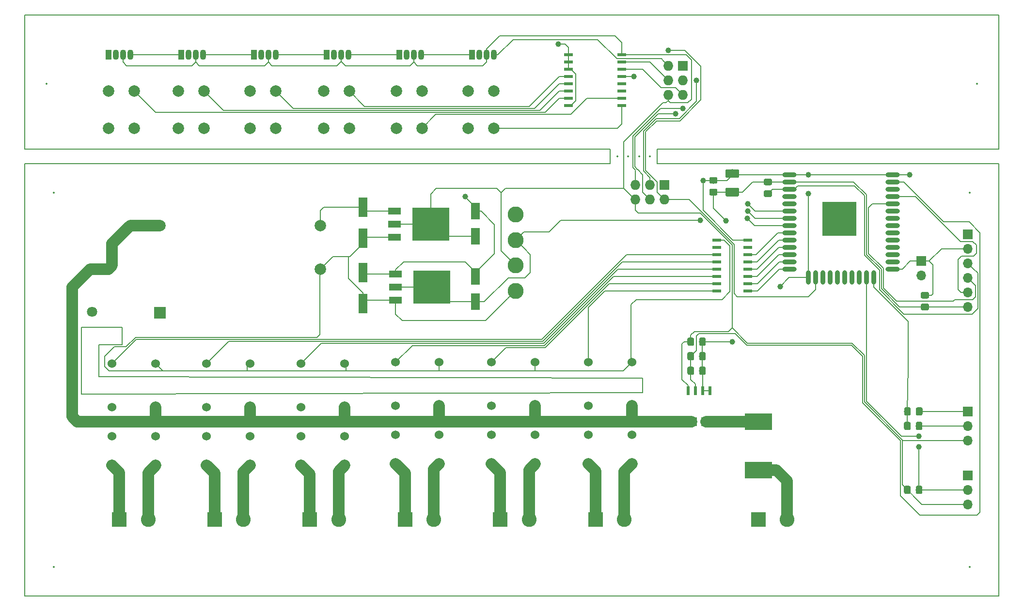
<source format=gbr>
%TF.GenerationSoftware,KiCad,Pcbnew,(5.0.0)*%
%TF.CreationDate,2018-09-14T20:48:28+01:00*%
%TF.ProjectId,AquaHub,417175614875622E6B696361645F7063,rev?*%
%TF.SameCoordinates,Original*%
%TF.FileFunction,Copper,L1,Top,Signal*%
%TF.FilePolarity,Positive*%
%FSLAX46Y46*%
G04 Gerber Fmt 4.6, Leading zero omitted, Abs format (unit mm)*
G04 Created by KiCad (PCBNEW (5.0.0)) date 09/14/18 20:48:28*
%MOMM*%
%LPD*%
G01*
G04 APERTURE LIST*
%ADD10C,0.200000*%
%ADD11R,1.700000X1.700000*%
%ADD12O,1.700000X1.700000*%
%ADD13O,1.070000X1.800000*%
%ADD14R,1.070000X1.800000*%
%ADD15O,1.727200X1.727200*%
%ADD16R,1.727200X1.727200*%
%ADD17R,1.600000X3.000000*%
%ADD18C,0.150000*%
%ADD19C,1.500000*%
%ADD20C,1.800000*%
%ADD21R,2.200000X1.200000*%
%ADD22R,6.400000X5.800000*%
%ADD23R,1.500000X0.600000*%
%ADD24C,1.150000*%
%ADD25C,2.000000*%
%ADD26R,2.000000X2.000000*%
%ADD27C,1.524000*%
%ADD28R,0.600000X1.550000*%
%ADD29R,1.600000X3.500000*%
%ADD30C,2.600000*%
%ADD31R,2.600000X2.600000*%
%ADD32O,2.500000X0.900000*%
%ADD33O,0.900000X2.500000*%
%ADD34R,6.000000X6.000000*%
%ADD35C,2.800000*%
%ADD36R,4.750000X3.000000*%
%ADD37C,1.000000*%
%ADD38C,0.152400*%
%ADD39C,2.000000*%
%ADD40C,0.350000*%
G04 APERTURE END LIST*
D10*
X55118000Y-106680000D02*
X48006000Y-106680000D01*
X55118000Y-109728000D02*
X55118000Y-106680000D01*
X51054000Y-109728000D02*
X55118000Y-109728000D01*
X146050000Y-115570000D02*
X146050000Y-118110000D01*
X140335000Y-78105000D02*
X140335000Y-75565000D01*
X148590000Y-75565000D02*
X148590000Y-78105000D01*
X148590000Y-78105000D02*
X208280000Y-78105000D01*
X208280000Y-75565000D02*
X148590000Y-75565000D01*
X208280000Y-52070000D02*
X208280000Y-75565000D01*
X38100000Y-52070000D02*
X208280000Y-52070000D01*
X38100000Y-75565000D02*
X38100000Y-52070000D01*
X140335000Y-75565000D02*
X38100000Y-75565000D01*
X48006000Y-118364000D02*
X48006000Y-106680000D01*
X146050000Y-118110000D02*
X48006000Y-118364000D01*
X51054000Y-115316000D02*
X146050000Y-115570000D01*
X51054000Y-109728000D02*
X51054000Y-115316000D01*
X38100000Y-153670000D02*
X208280000Y-153670000D01*
X38100000Y-78105000D02*
X38100000Y-153670000D01*
X140335000Y-78105000D02*
X38100000Y-78105000D01*
X208280000Y-78105000D02*
X208280000Y-153670000D01*
D11*
X194691000Y-95123000D03*
D12*
X194691000Y-97663000D03*
D13*
X120015000Y-59055000D03*
X118745000Y-59055000D03*
X117475000Y-59055000D03*
D14*
X116205000Y-59055000D03*
D15*
X144780000Y-84328000D03*
X144780000Y-81788000D03*
X147320000Y-84328000D03*
X147320000Y-81788000D03*
X149860000Y-84328000D03*
D16*
X149860000Y-81788000D03*
D17*
X116840000Y-86405000D03*
X116840000Y-90805000D03*
D18*
G36*
X162620504Y-79059204D02*
X162644773Y-79062804D01*
X162668571Y-79068765D01*
X162691671Y-79077030D01*
X162713849Y-79087520D01*
X162734893Y-79100133D01*
X162754598Y-79114747D01*
X162772777Y-79131223D01*
X162789253Y-79149402D01*
X162803867Y-79169107D01*
X162816480Y-79190151D01*
X162826970Y-79212329D01*
X162835235Y-79235429D01*
X162841196Y-79259227D01*
X162844796Y-79283496D01*
X162846000Y-79308000D01*
X162846000Y-80308000D01*
X162844796Y-80332504D01*
X162841196Y-80356773D01*
X162835235Y-80380571D01*
X162826970Y-80403671D01*
X162816480Y-80425849D01*
X162803867Y-80446893D01*
X162789253Y-80466598D01*
X162772777Y-80484777D01*
X162754598Y-80501253D01*
X162734893Y-80515867D01*
X162713849Y-80528480D01*
X162691671Y-80538970D01*
X162668571Y-80547235D01*
X162644773Y-80553196D01*
X162620504Y-80556796D01*
X162596000Y-80558000D01*
X160746000Y-80558000D01*
X160721496Y-80556796D01*
X160697227Y-80553196D01*
X160673429Y-80547235D01*
X160650329Y-80538970D01*
X160628151Y-80528480D01*
X160607107Y-80515867D01*
X160587402Y-80501253D01*
X160569223Y-80484777D01*
X160552747Y-80466598D01*
X160538133Y-80446893D01*
X160525520Y-80425849D01*
X160515030Y-80403671D01*
X160506765Y-80380571D01*
X160500804Y-80356773D01*
X160497204Y-80332504D01*
X160496000Y-80308000D01*
X160496000Y-79308000D01*
X160497204Y-79283496D01*
X160500804Y-79259227D01*
X160506765Y-79235429D01*
X160515030Y-79212329D01*
X160525520Y-79190151D01*
X160538133Y-79169107D01*
X160552747Y-79149402D01*
X160569223Y-79131223D01*
X160587402Y-79114747D01*
X160607107Y-79100133D01*
X160628151Y-79087520D01*
X160650329Y-79077030D01*
X160673429Y-79068765D01*
X160697227Y-79062804D01*
X160721496Y-79059204D01*
X160746000Y-79058000D01*
X162596000Y-79058000D01*
X162620504Y-79059204D01*
X162620504Y-79059204D01*
G37*
D19*
X161671000Y-79808000D03*
D18*
G36*
X162620504Y-82309204D02*
X162644773Y-82312804D01*
X162668571Y-82318765D01*
X162691671Y-82327030D01*
X162713849Y-82337520D01*
X162734893Y-82350133D01*
X162754598Y-82364747D01*
X162772777Y-82381223D01*
X162789253Y-82399402D01*
X162803867Y-82419107D01*
X162816480Y-82440151D01*
X162826970Y-82462329D01*
X162835235Y-82485429D01*
X162841196Y-82509227D01*
X162844796Y-82533496D01*
X162846000Y-82558000D01*
X162846000Y-83558000D01*
X162844796Y-83582504D01*
X162841196Y-83606773D01*
X162835235Y-83630571D01*
X162826970Y-83653671D01*
X162816480Y-83675849D01*
X162803867Y-83696893D01*
X162789253Y-83716598D01*
X162772777Y-83734777D01*
X162754598Y-83751253D01*
X162734893Y-83765867D01*
X162713849Y-83778480D01*
X162691671Y-83788970D01*
X162668571Y-83797235D01*
X162644773Y-83803196D01*
X162620504Y-83806796D01*
X162596000Y-83808000D01*
X160746000Y-83808000D01*
X160721496Y-83806796D01*
X160697227Y-83803196D01*
X160673429Y-83797235D01*
X160650329Y-83788970D01*
X160628151Y-83778480D01*
X160607107Y-83765867D01*
X160587402Y-83751253D01*
X160569223Y-83734777D01*
X160552747Y-83716598D01*
X160538133Y-83696893D01*
X160525520Y-83675849D01*
X160515030Y-83653671D01*
X160506765Y-83630571D01*
X160500804Y-83606773D01*
X160497204Y-83582504D01*
X160496000Y-83558000D01*
X160496000Y-82558000D01*
X160497204Y-82533496D01*
X160500804Y-82509227D01*
X160506765Y-82485429D01*
X160515030Y-82462329D01*
X160525520Y-82440151D01*
X160538133Y-82419107D01*
X160552747Y-82399402D01*
X160569223Y-82381223D01*
X160587402Y-82364747D01*
X160607107Y-82350133D01*
X160628151Y-82337520D01*
X160650329Y-82327030D01*
X160673429Y-82318765D01*
X160697227Y-82312804D01*
X160721496Y-82309204D01*
X160746000Y-82308000D01*
X162596000Y-82308000D01*
X162620504Y-82309204D01*
X162620504Y-82309204D01*
G37*
D19*
X161671000Y-83058000D03*
D20*
X49805000Y-104020000D03*
X52705000Y-96520000D03*
D21*
X102870000Y-97415000D03*
X102870000Y-99695000D03*
X102870000Y-101975000D03*
D22*
X109170000Y-99695000D03*
D16*
X153035000Y-60960000D03*
D15*
X150495000Y-60960000D03*
X153035000Y-63500000D03*
X150495000Y-63500000D03*
X153035000Y-66040000D03*
X150495000Y-66040000D03*
D23*
X133067000Y-59055000D03*
X133067000Y-60325000D03*
X133067000Y-61595000D03*
X133067000Y-62865000D03*
X133067000Y-64135000D03*
X133067000Y-65405000D03*
X133067000Y-66675000D03*
X133067000Y-67945000D03*
X142367000Y-67945000D03*
X142367000Y-66675000D03*
X142367000Y-65405000D03*
X142367000Y-64135000D03*
X142367000Y-62865000D03*
X142367000Y-61595000D03*
X142367000Y-60325000D03*
X142367000Y-59055000D03*
D18*
G36*
X192627505Y-120713204D02*
X192651773Y-120716804D01*
X192675572Y-120722765D01*
X192698671Y-120731030D01*
X192720850Y-120741520D01*
X192741893Y-120754132D01*
X192761599Y-120768747D01*
X192779777Y-120785223D01*
X192796253Y-120803401D01*
X192810868Y-120823107D01*
X192823480Y-120844150D01*
X192833970Y-120866329D01*
X192842235Y-120889428D01*
X192848196Y-120913227D01*
X192851796Y-120937495D01*
X192853000Y-120961999D01*
X192853000Y-121862001D01*
X192851796Y-121886505D01*
X192848196Y-121910773D01*
X192842235Y-121934572D01*
X192833970Y-121957671D01*
X192823480Y-121979850D01*
X192810868Y-122000893D01*
X192796253Y-122020599D01*
X192779777Y-122038777D01*
X192761599Y-122055253D01*
X192741893Y-122069868D01*
X192720850Y-122082480D01*
X192698671Y-122092970D01*
X192675572Y-122101235D01*
X192651773Y-122107196D01*
X192627505Y-122110796D01*
X192603001Y-122112000D01*
X191952999Y-122112000D01*
X191928495Y-122110796D01*
X191904227Y-122107196D01*
X191880428Y-122101235D01*
X191857329Y-122092970D01*
X191835150Y-122082480D01*
X191814107Y-122069868D01*
X191794401Y-122055253D01*
X191776223Y-122038777D01*
X191759747Y-122020599D01*
X191745132Y-122000893D01*
X191732520Y-121979850D01*
X191722030Y-121957671D01*
X191713765Y-121934572D01*
X191707804Y-121910773D01*
X191704204Y-121886505D01*
X191703000Y-121862001D01*
X191703000Y-120961999D01*
X191704204Y-120937495D01*
X191707804Y-120913227D01*
X191713765Y-120889428D01*
X191722030Y-120866329D01*
X191732520Y-120844150D01*
X191745132Y-120823107D01*
X191759747Y-120803401D01*
X191776223Y-120785223D01*
X191794401Y-120768747D01*
X191814107Y-120754132D01*
X191835150Y-120741520D01*
X191857329Y-120731030D01*
X191880428Y-120722765D01*
X191904227Y-120716804D01*
X191928495Y-120713204D01*
X191952999Y-120712000D01*
X192603001Y-120712000D01*
X192627505Y-120713204D01*
X192627505Y-120713204D01*
G37*
D24*
X192278000Y-121412000D03*
D18*
G36*
X194677505Y-120713204D02*
X194701773Y-120716804D01*
X194725572Y-120722765D01*
X194748671Y-120731030D01*
X194770850Y-120741520D01*
X194791893Y-120754132D01*
X194811599Y-120768747D01*
X194829777Y-120785223D01*
X194846253Y-120803401D01*
X194860868Y-120823107D01*
X194873480Y-120844150D01*
X194883970Y-120866329D01*
X194892235Y-120889428D01*
X194898196Y-120913227D01*
X194901796Y-120937495D01*
X194903000Y-120961999D01*
X194903000Y-121862001D01*
X194901796Y-121886505D01*
X194898196Y-121910773D01*
X194892235Y-121934572D01*
X194883970Y-121957671D01*
X194873480Y-121979850D01*
X194860868Y-122000893D01*
X194846253Y-122020599D01*
X194829777Y-122038777D01*
X194811599Y-122055253D01*
X194791893Y-122069868D01*
X194770850Y-122082480D01*
X194748671Y-122092970D01*
X194725572Y-122101235D01*
X194701773Y-122107196D01*
X194677505Y-122110796D01*
X194653001Y-122112000D01*
X194002999Y-122112000D01*
X193978495Y-122110796D01*
X193954227Y-122107196D01*
X193930428Y-122101235D01*
X193907329Y-122092970D01*
X193885150Y-122082480D01*
X193864107Y-122069868D01*
X193844401Y-122055253D01*
X193826223Y-122038777D01*
X193809747Y-122020599D01*
X193795132Y-122000893D01*
X193782520Y-121979850D01*
X193772030Y-121957671D01*
X193763765Y-121934572D01*
X193757804Y-121910773D01*
X193754204Y-121886505D01*
X193753000Y-121862001D01*
X193753000Y-120961999D01*
X193754204Y-120937495D01*
X193757804Y-120913227D01*
X193763765Y-120889428D01*
X193772030Y-120866329D01*
X193782520Y-120844150D01*
X193795132Y-120823107D01*
X193809747Y-120803401D01*
X193826223Y-120785223D01*
X193844401Y-120768747D01*
X193864107Y-120754132D01*
X193885150Y-120741520D01*
X193907329Y-120731030D01*
X193930428Y-120722765D01*
X193954227Y-120716804D01*
X193978495Y-120713204D01*
X194002999Y-120712000D01*
X194653001Y-120712000D01*
X194677505Y-120713204D01*
X194677505Y-120713204D01*
G37*
D24*
X194328000Y-121412000D03*
D25*
X115515000Y-65405000D03*
X120015000Y-65405000D03*
X115515000Y-71905000D03*
X120015000Y-71905000D03*
X69365000Y-71905000D03*
X64865000Y-71905000D03*
X69365000Y-65405000D03*
X64865000Y-65405000D03*
X89708344Y-88927320D03*
X89707344Y-96547320D03*
X61720000Y-88927320D03*
D26*
X61720000Y-104140000D03*
D12*
X202819000Y-126492000D03*
X202819000Y-123952000D03*
D11*
X202819000Y-121412000D03*
D27*
X60960000Y-113030000D03*
X60960000Y-120650000D03*
X60960000Y-125730000D03*
X60960000Y-130810000D03*
X53340000Y-130810000D03*
X53340000Y-125730000D03*
X53340000Y-120650000D03*
X53340000Y-113030000D03*
X77470000Y-113030000D03*
X77470000Y-120650000D03*
X77470000Y-125730000D03*
X77470000Y-130810000D03*
X69850000Y-130810000D03*
X69850000Y-125730000D03*
X69850000Y-120650000D03*
X69850000Y-113030000D03*
X93980000Y-113030000D03*
X93980000Y-120650000D03*
X93980000Y-125730000D03*
X93980000Y-130810000D03*
X86360000Y-130810000D03*
X86360000Y-125730000D03*
X86360000Y-120650000D03*
X86360000Y-113030000D03*
X110490000Y-112776000D03*
X110490000Y-120396000D03*
X110490000Y-125476000D03*
X110490000Y-130556000D03*
X102870000Y-130556000D03*
X102870000Y-125476000D03*
X102870000Y-120396000D03*
X102870000Y-112776000D03*
X127254000Y-112776000D03*
X127254000Y-120396000D03*
X127254000Y-125476000D03*
X127254000Y-130556000D03*
X119634000Y-130556000D03*
X119634000Y-125476000D03*
X119634000Y-120396000D03*
X119634000Y-112776000D03*
X144145000Y-112776000D03*
X144145000Y-120396000D03*
X144145000Y-125476000D03*
X144145000Y-130556000D03*
X136525000Y-130556000D03*
X136525000Y-125476000D03*
X136525000Y-120396000D03*
X136525000Y-112776000D03*
D28*
X153932979Y-117809195D03*
X155202979Y-117809195D03*
X156472979Y-117809195D03*
X157742979Y-117809195D03*
X157742979Y-123209195D03*
X156472979Y-123209195D03*
X155202979Y-123209195D03*
X153932979Y-123209195D03*
D23*
X159004000Y-100330000D03*
X159004000Y-99060000D03*
X159004000Y-97790000D03*
X159004000Y-96520000D03*
X159004000Y-95250000D03*
X159004000Y-93980000D03*
X159004000Y-92710000D03*
X159004000Y-91440000D03*
X164404000Y-91440000D03*
X164404000Y-92710000D03*
X164404000Y-93980000D03*
X164404000Y-95250000D03*
X164404000Y-96520000D03*
X164404000Y-97790000D03*
X164404000Y-99060000D03*
X164404000Y-100330000D03*
D18*
G36*
X158843505Y-80434204D02*
X158867773Y-80437804D01*
X158891572Y-80443765D01*
X158914671Y-80452030D01*
X158936850Y-80462520D01*
X158957893Y-80475132D01*
X158977599Y-80489747D01*
X158995777Y-80506223D01*
X159012253Y-80524401D01*
X159026868Y-80544107D01*
X159039480Y-80565150D01*
X159049970Y-80587329D01*
X159058235Y-80610428D01*
X159064196Y-80634227D01*
X159067796Y-80658495D01*
X159069000Y-80682999D01*
X159069000Y-81333001D01*
X159067796Y-81357505D01*
X159064196Y-81381773D01*
X159058235Y-81405572D01*
X159049970Y-81428671D01*
X159039480Y-81450850D01*
X159026868Y-81471893D01*
X159012253Y-81491599D01*
X158995777Y-81509777D01*
X158977599Y-81526253D01*
X158957893Y-81540868D01*
X158936850Y-81553480D01*
X158914671Y-81563970D01*
X158891572Y-81572235D01*
X158867773Y-81578196D01*
X158843505Y-81581796D01*
X158819001Y-81583000D01*
X157918999Y-81583000D01*
X157894495Y-81581796D01*
X157870227Y-81578196D01*
X157846428Y-81572235D01*
X157823329Y-81563970D01*
X157801150Y-81553480D01*
X157780107Y-81540868D01*
X157760401Y-81526253D01*
X157742223Y-81509777D01*
X157725747Y-81491599D01*
X157711132Y-81471893D01*
X157698520Y-81450850D01*
X157688030Y-81428671D01*
X157679765Y-81405572D01*
X157673804Y-81381773D01*
X157670204Y-81357505D01*
X157669000Y-81333001D01*
X157669000Y-80682999D01*
X157670204Y-80658495D01*
X157673804Y-80634227D01*
X157679765Y-80610428D01*
X157688030Y-80587329D01*
X157698520Y-80565150D01*
X157711132Y-80544107D01*
X157725747Y-80524401D01*
X157742223Y-80506223D01*
X157760401Y-80489747D01*
X157780107Y-80475132D01*
X157801150Y-80462520D01*
X157823329Y-80452030D01*
X157846428Y-80443765D01*
X157870227Y-80437804D01*
X157894495Y-80434204D01*
X157918999Y-80433000D01*
X158819001Y-80433000D01*
X158843505Y-80434204D01*
X158843505Y-80434204D01*
G37*
D24*
X158369000Y-81008000D03*
D18*
G36*
X158843505Y-82484204D02*
X158867773Y-82487804D01*
X158891572Y-82493765D01*
X158914671Y-82502030D01*
X158936850Y-82512520D01*
X158957893Y-82525132D01*
X158977599Y-82539747D01*
X158995777Y-82556223D01*
X159012253Y-82574401D01*
X159026868Y-82594107D01*
X159039480Y-82615150D01*
X159049970Y-82637329D01*
X159058235Y-82660428D01*
X159064196Y-82684227D01*
X159067796Y-82708495D01*
X159069000Y-82732999D01*
X159069000Y-83383001D01*
X159067796Y-83407505D01*
X159064196Y-83431773D01*
X159058235Y-83455572D01*
X159049970Y-83478671D01*
X159039480Y-83500850D01*
X159026868Y-83521893D01*
X159012253Y-83541599D01*
X158995777Y-83559777D01*
X158977599Y-83576253D01*
X158957893Y-83590868D01*
X158936850Y-83603480D01*
X158914671Y-83613970D01*
X158891572Y-83622235D01*
X158867773Y-83628196D01*
X158843505Y-83631796D01*
X158819001Y-83633000D01*
X157918999Y-83633000D01*
X157894495Y-83631796D01*
X157870227Y-83628196D01*
X157846428Y-83622235D01*
X157823329Y-83613970D01*
X157801150Y-83603480D01*
X157780107Y-83590868D01*
X157760401Y-83576253D01*
X157742223Y-83559777D01*
X157725747Y-83541599D01*
X157711132Y-83521893D01*
X157698520Y-83500850D01*
X157688030Y-83478671D01*
X157679765Y-83455572D01*
X157673804Y-83431773D01*
X157670204Y-83407505D01*
X157669000Y-83383001D01*
X157669000Y-82732999D01*
X157670204Y-82708495D01*
X157673804Y-82684227D01*
X157679765Y-82660428D01*
X157688030Y-82637329D01*
X157698520Y-82615150D01*
X157711132Y-82594107D01*
X157725747Y-82574401D01*
X157742223Y-82556223D01*
X157760401Y-82539747D01*
X157780107Y-82525132D01*
X157801150Y-82512520D01*
X157823329Y-82502030D01*
X157846428Y-82493765D01*
X157870227Y-82487804D01*
X157894495Y-82484204D01*
X157918999Y-82483000D01*
X158819001Y-82483000D01*
X158843505Y-82484204D01*
X158843505Y-82484204D01*
G37*
D24*
X158369000Y-83058000D03*
D18*
G36*
X156813505Y-108521204D02*
X156837773Y-108524804D01*
X156861572Y-108530765D01*
X156884671Y-108539030D01*
X156906850Y-108549520D01*
X156927893Y-108562132D01*
X156947599Y-108576747D01*
X156965777Y-108593223D01*
X156982253Y-108611401D01*
X156996868Y-108631107D01*
X157009480Y-108652150D01*
X157019970Y-108674329D01*
X157028235Y-108697428D01*
X157034196Y-108721227D01*
X157037796Y-108745495D01*
X157039000Y-108769999D01*
X157039000Y-109670001D01*
X157037796Y-109694505D01*
X157034196Y-109718773D01*
X157028235Y-109742572D01*
X157019970Y-109765671D01*
X157009480Y-109787850D01*
X156996868Y-109808893D01*
X156982253Y-109828599D01*
X156965777Y-109846777D01*
X156947599Y-109863253D01*
X156927893Y-109877868D01*
X156906850Y-109890480D01*
X156884671Y-109900970D01*
X156861572Y-109909235D01*
X156837773Y-109915196D01*
X156813505Y-109918796D01*
X156789001Y-109920000D01*
X156138999Y-109920000D01*
X156114495Y-109918796D01*
X156090227Y-109915196D01*
X156066428Y-109909235D01*
X156043329Y-109900970D01*
X156021150Y-109890480D01*
X156000107Y-109877868D01*
X155980401Y-109863253D01*
X155962223Y-109846777D01*
X155945747Y-109828599D01*
X155931132Y-109808893D01*
X155918520Y-109787850D01*
X155908030Y-109765671D01*
X155899765Y-109742572D01*
X155893804Y-109718773D01*
X155890204Y-109694505D01*
X155889000Y-109670001D01*
X155889000Y-108769999D01*
X155890204Y-108745495D01*
X155893804Y-108721227D01*
X155899765Y-108697428D01*
X155908030Y-108674329D01*
X155918520Y-108652150D01*
X155931132Y-108631107D01*
X155945747Y-108611401D01*
X155962223Y-108593223D01*
X155980401Y-108576747D01*
X156000107Y-108562132D01*
X156021150Y-108549520D01*
X156043329Y-108539030D01*
X156066428Y-108530765D01*
X156090227Y-108524804D01*
X156114495Y-108521204D01*
X156138999Y-108520000D01*
X156789001Y-108520000D01*
X156813505Y-108521204D01*
X156813505Y-108521204D01*
G37*
D24*
X156464000Y-109220000D03*
D18*
G36*
X154763505Y-108521204D02*
X154787773Y-108524804D01*
X154811572Y-108530765D01*
X154834671Y-108539030D01*
X154856850Y-108549520D01*
X154877893Y-108562132D01*
X154897599Y-108576747D01*
X154915777Y-108593223D01*
X154932253Y-108611401D01*
X154946868Y-108631107D01*
X154959480Y-108652150D01*
X154969970Y-108674329D01*
X154978235Y-108697428D01*
X154984196Y-108721227D01*
X154987796Y-108745495D01*
X154989000Y-108769999D01*
X154989000Y-109670001D01*
X154987796Y-109694505D01*
X154984196Y-109718773D01*
X154978235Y-109742572D01*
X154969970Y-109765671D01*
X154959480Y-109787850D01*
X154946868Y-109808893D01*
X154932253Y-109828599D01*
X154915777Y-109846777D01*
X154897599Y-109863253D01*
X154877893Y-109877868D01*
X154856850Y-109890480D01*
X154834671Y-109900970D01*
X154811572Y-109909235D01*
X154787773Y-109915196D01*
X154763505Y-109918796D01*
X154739001Y-109920000D01*
X154088999Y-109920000D01*
X154064495Y-109918796D01*
X154040227Y-109915196D01*
X154016428Y-109909235D01*
X153993329Y-109900970D01*
X153971150Y-109890480D01*
X153950107Y-109877868D01*
X153930401Y-109863253D01*
X153912223Y-109846777D01*
X153895747Y-109828599D01*
X153881132Y-109808893D01*
X153868520Y-109787850D01*
X153858030Y-109765671D01*
X153849765Y-109742572D01*
X153843804Y-109718773D01*
X153840204Y-109694505D01*
X153839000Y-109670001D01*
X153839000Y-108769999D01*
X153840204Y-108745495D01*
X153843804Y-108721227D01*
X153849765Y-108697428D01*
X153858030Y-108674329D01*
X153868520Y-108652150D01*
X153881132Y-108631107D01*
X153895747Y-108611401D01*
X153912223Y-108593223D01*
X153930401Y-108576747D01*
X153950107Y-108562132D01*
X153971150Y-108549520D01*
X153993329Y-108539030D01*
X154016428Y-108530765D01*
X154040227Y-108524804D01*
X154064495Y-108521204D01*
X154088999Y-108520000D01*
X154739001Y-108520000D01*
X154763505Y-108521204D01*
X154763505Y-108521204D01*
G37*
D24*
X154414000Y-109220000D03*
D18*
G36*
X156813505Y-113601204D02*
X156837773Y-113604804D01*
X156861572Y-113610765D01*
X156884671Y-113619030D01*
X156906850Y-113629520D01*
X156927893Y-113642132D01*
X156947599Y-113656747D01*
X156965777Y-113673223D01*
X156982253Y-113691401D01*
X156996868Y-113711107D01*
X157009480Y-113732150D01*
X157019970Y-113754329D01*
X157028235Y-113777428D01*
X157034196Y-113801227D01*
X157037796Y-113825495D01*
X157039000Y-113849999D01*
X157039000Y-114750001D01*
X157037796Y-114774505D01*
X157034196Y-114798773D01*
X157028235Y-114822572D01*
X157019970Y-114845671D01*
X157009480Y-114867850D01*
X156996868Y-114888893D01*
X156982253Y-114908599D01*
X156965777Y-114926777D01*
X156947599Y-114943253D01*
X156927893Y-114957868D01*
X156906850Y-114970480D01*
X156884671Y-114980970D01*
X156861572Y-114989235D01*
X156837773Y-114995196D01*
X156813505Y-114998796D01*
X156789001Y-115000000D01*
X156138999Y-115000000D01*
X156114495Y-114998796D01*
X156090227Y-114995196D01*
X156066428Y-114989235D01*
X156043329Y-114980970D01*
X156021150Y-114970480D01*
X156000107Y-114957868D01*
X155980401Y-114943253D01*
X155962223Y-114926777D01*
X155945747Y-114908599D01*
X155931132Y-114888893D01*
X155918520Y-114867850D01*
X155908030Y-114845671D01*
X155899765Y-114822572D01*
X155893804Y-114798773D01*
X155890204Y-114774505D01*
X155889000Y-114750001D01*
X155889000Y-113849999D01*
X155890204Y-113825495D01*
X155893804Y-113801227D01*
X155899765Y-113777428D01*
X155908030Y-113754329D01*
X155918520Y-113732150D01*
X155931132Y-113711107D01*
X155945747Y-113691401D01*
X155962223Y-113673223D01*
X155980401Y-113656747D01*
X156000107Y-113642132D01*
X156021150Y-113629520D01*
X156043329Y-113619030D01*
X156066428Y-113610765D01*
X156090227Y-113604804D01*
X156114495Y-113601204D01*
X156138999Y-113600000D01*
X156789001Y-113600000D01*
X156813505Y-113601204D01*
X156813505Y-113601204D01*
G37*
D24*
X156464000Y-114300000D03*
D18*
G36*
X154763505Y-113601204D02*
X154787773Y-113604804D01*
X154811572Y-113610765D01*
X154834671Y-113619030D01*
X154856850Y-113629520D01*
X154877893Y-113642132D01*
X154897599Y-113656747D01*
X154915777Y-113673223D01*
X154932253Y-113691401D01*
X154946868Y-113711107D01*
X154959480Y-113732150D01*
X154969970Y-113754329D01*
X154978235Y-113777428D01*
X154984196Y-113801227D01*
X154987796Y-113825495D01*
X154989000Y-113849999D01*
X154989000Y-114750001D01*
X154987796Y-114774505D01*
X154984196Y-114798773D01*
X154978235Y-114822572D01*
X154969970Y-114845671D01*
X154959480Y-114867850D01*
X154946868Y-114888893D01*
X154932253Y-114908599D01*
X154915777Y-114926777D01*
X154897599Y-114943253D01*
X154877893Y-114957868D01*
X154856850Y-114970480D01*
X154834671Y-114980970D01*
X154811572Y-114989235D01*
X154787773Y-114995196D01*
X154763505Y-114998796D01*
X154739001Y-115000000D01*
X154088999Y-115000000D01*
X154064495Y-114998796D01*
X154040227Y-114995196D01*
X154016428Y-114989235D01*
X153993329Y-114980970D01*
X153971150Y-114970480D01*
X153950107Y-114957868D01*
X153930401Y-114943253D01*
X153912223Y-114926777D01*
X153895747Y-114908599D01*
X153881132Y-114888893D01*
X153868520Y-114867850D01*
X153858030Y-114845671D01*
X153849765Y-114822572D01*
X153843804Y-114798773D01*
X153840204Y-114774505D01*
X153839000Y-114750001D01*
X153839000Y-113849999D01*
X153840204Y-113825495D01*
X153843804Y-113801227D01*
X153849765Y-113777428D01*
X153858030Y-113754329D01*
X153868520Y-113732150D01*
X153881132Y-113711107D01*
X153895747Y-113691401D01*
X153912223Y-113673223D01*
X153930401Y-113656747D01*
X153950107Y-113642132D01*
X153971150Y-113629520D01*
X153993329Y-113619030D01*
X154016428Y-113610765D01*
X154040227Y-113604804D01*
X154064495Y-113601204D01*
X154088999Y-113600000D01*
X154739001Y-113600000D01*
X154763505Y-113601204D01*
X154763505Y-113601204D01*
G37*
D24*
X154414000Y-114300000D03*
D18*
G36*
X156813505Y-111061204D02*
X156837773Y-111064804D01*
X156861572Y-111070765D01*
X156884671Y-111079030D01*
X156906850Y-111089520D01*
X156927893Y-111102132D01*
X156947599Y-111116747D01*
X156965777Y-111133223D01*
X156982253Y-111151401D01*
X156996868Y-111171107D01*
X157009480Y-111192150D01*
X157019970Y-111214329D01*
X157028235Y-111237428D01*
X157034196Y-111261227D01*
X157037796Y-111285495D01*
X157039000Y-111309999D01*
X157039000Y-112210001D01*
X157037796Y-112234505D01*
X157034196Y-112258773D01*
X157028235Y-112282572D01*
X157019970Y-112305671D01*
X157009480Y-112327850D01*
X156996868Y-112348893D01*
X156982253Y-112368599D01*
X156965777Y-112386777D01*
X156947599Y-112403253D01*
X156927893Y-112417868D01*
X156906850Y-112430480D01*
X156884671Y-112440970D01*
X156861572Y-112449235D01*
X156837773Y-112455196D01*
X156813505Y-112458796D01*
X156789001Y-112460000D01*
X156138999Y-112460000D01*
X156114495Y-112458796D01*
X156090227Y-112455196D01*
X156066428Y-112449235D01*
X156043329Y-112440970D01*
X156021150Y-112430480D01*
X156000107Y-112417868D01*
X155980401Y-112403253D01*
X155962223Y-112386777D01*
X155945747Y-112368599D01*
X155931132Y-112348893D01*
X155918520Y-112327850D01*
X155908030Y-112305671D01*
X155899765Y-112282572D01*
X155893804Y-112258773D01*
X155890204Y-112234505D01*
X155889000Y-112210001D01*
X155889000Y-111309999D01*
X155890204Y-111285495D01*
X155893804Y-111261227D01*
X155899765Y-111237428D01*
X155908030Y-111214329D01*
X155918520Y-111192150D01*
X155931132Y-111171107D01*
X155945747Y-111151401D01*
X155962223Y-111133223D01*
X155980401Y-111116747D01*
X156000107Y-111102132D01*
X156021150Y-111089520D01*
X156043329Y-111079030D01*
X156066428Y-111070765D01*
X156090227Y-111064804D01*
X156114495Y-111061204D01*
X156138999Y-111060000D01*
X156789001Y-111060000D01*
X156813505Y-111061204D01*
X156813505Y-111061204D01*
G37*
D24*
X156464000Y-111760000D03*
D18*
G36*
X154763505Y-111061204D02*
X154787773Y-111064804D01*
X154811572Y-111070765D01*
X154834671Y-111079030D01*
X154856850Y-111089520D01*
X154877893Y-111102132D01*
X154897599Y-111116747D01*
X154915777Y-111133223D01*
X154932253Y-111151401D01*
X154946868Y-111171107D01*
X154959480Y-111192150D01*
X154969970Y-111214329D01*
X154978235Y-111237428D01*
X154984196Y-111261227D01*
X154987796Y-111285495D01*
X154989000Y-111309999D01*
X154989000Y-112210001D01*
X154987796Y-112234505D01*
X154984196Y-112258773D01*
X154978235Y-112282572D01*
X154969970Y-112305671D01*
X154959480Y-112327850D01*
X154946868Y-112348893D01*
X154932253Y-112368599D01*
X154915777Y-112386777D01*
X154897599Y-112403253D01*
X154877893Y-112417868D01*
X154856850Y-112430480D01*
X154834671Y-112440970D01*
X154811572Y-112449235D01*
X154787773Y-112455196D01*
X154763505Y-112458796D01*
X154739001Y-112460000D01*
X154088999Y-112460000D01*
X154064495Y-112458796D01*
X154040227Y-112455196D01*
X154016428Y-112449235D01*
X153993329Y-112440970D01*
X153971150Y-112430480D01*
X153950107Y-112417868D01*
X153930401Y-112403253D01*
X153912223Y-112386777D01*
X153895747Y-112368599D01*
X153881132Y-112348893D01*
X153868520Y-112327850D01*
X153858030Y-112305671D01*
X153849765Y-112282572D01*
X153843804Y-112258773D01*
X153840204Y-112234505D01*
X153839000Y-112210001D01*
X153839000Y-111309999D01*
X153840204Y-111285495D01*
X153843804Y-111261227D01*
X153849765Y-111237428D01*
X153858030Y-111214329D01*
X153868520Y-111192150D01*
X153881132Y-111171107D01*
X153895747Y-111151401D01*
X153912223Y-111133223D01*
X153930401Y-111116747D01*
X153950107Y-111102132D01*
X153971150Y-111089520D01*
X153993329Y-111079030D01*
X154016428Y-111070765D01*
X154040227Y-111064804D01*
X154064495Y-111061204D01*
X154088999Y-111060000D01*
X154739001Y-111060000D01*
X154763505Y-111061204D01*
X154763505Y-111061204D01*
G37*
D24*
X154414000Y-111760000D03*
D18*
G36*
X194659505Y-123253204D02*
X194683773Y-123256804D01*
X194707572Y-123262765D01*
X194730671Y-123271030D01*
X194752850Y-123281520D01*
X194773893Y-123294132D01*
X194793599Y-123308747D01*
X194811777Y-123325223D01*
X194828253Y-123343401D01*
X194842868Y-123363107D01*
X194855480Y-123384150D01*
X194865970Y-123406329D01*
X194874235Y-123429428D01*
X194880196Y-123453227D01*
X194883796Y-123477495D01*
X194885000Y-123501999D01*
X194885000Y-124402001D01*
X194883796Y-124426505D01*
X194880196Y-124450773D01*
X194874235Y-124474572D01*
X194865970Y-124497671D01*
X194855480Y-124519850D01*
X194842868Y-124540893D01*
X194828253Y-124560599D01*
X194811777Y-124578777D01*
X194793599Y-124595253D01*
X194773893Y-124609868D01*
X194752850Y-124622480D01*
X194730671Y-124632970D01*
X194707572Y-124641235D01*
X194683773Y-124647196D01*
X194659505Y-124650796D01*
X194635001Y-124652000D01*
X193984999Y-124652000D01*
X193960495Y-124650796D01*
X193936227Y-124647196D01*
X193912428Y-124641235D01*
X193889329Y-124632970D01*
X193867150Y-124622480D01*
X193846107Y-124609868D01*
X193826401Y-124595253D01*
X193808223Y-124578777D01*
X193791747Y-124560599D01*
X193777132Y-124540893D01*
X193764520Y-124519850D01*
X193754030Y-124497671D01*
X193745765Y-124474572D01*
X193739804Y-124450773D01*
X193736204Y-124426505D01*
X193735000Y-124402001D01*
X193735000Y-123501999D01*
X193736204Y-123477495D01*
X193739804Y-123453227D01*
X193745765Y-123429428D01*
X193754030Y-123406329D01*
X193764520Y-123384150D01*
X193777132Y-123363107D01*
X193791747Y-123343401D01*
X193808223Y-123325223D01*
X193826401Y-123308747D01*
X193846107Y-123294132D01*
X193867150Y-123281520D01*
X193889329Y-123271030D01*
X193912428Y-123262765D01*
X193936227Y-123256804D01*
X193960495Y-123253204D01*
X193984999Y-123252000D01*
X194635001Y-123252000D01*
X194659505Y-123253204D01*
X194659505Y-123253204D01*
G37*
D24*
X194310000Y-123952000D03*
D18*
G36*
X192609505Y-123253204D02*
X192633773Y-123256804D01*
X192657572Y-123262765D01*
X192680671Y-123271030D01*
X192702850Y-123281520D01*
X192723893Y-123294132D01*
X192743599Y-123308747D01*
X192761777Y-123325223D01*
X192778253Y-123343401D01*
X192792868Y-123363107D01*
X192805480Y-123384150D01*
X192815970Y-123406329D01*
X192824235Y-123429428D01*
X192830196Y-123453227D01*
X192833796Y-123477495D01*
X192835000Y-123501999D01*
X192835000Y-124402001D01*
X192833796Y-124426505D01*
X192830196Y-124450773D01*
X192824235Y-124474572D01*
X192815970Y-124497671D01*
X192805480Y-124519850D01*
X192792868Y-124540893D01*
X192778253Y-124560599D01*
X192761777Y-124578777D01*
X192743599Y-124595253D01*
X192723893Y-124609868D01*
X192702850Y-124622480D01*
X192680671Y-124632970D01*
X192657572Y-124641235D01*
X192633773Y-124647196D01*
X192609505Y-124650796D01*
X192585001Y-124652000D01*
X191934999Y-124652000D01*
X191910495Y-124650796D01*
X191886227Y-124647196D01*
X191862428Y-124641235D01*
X191839329Y-124632970D01*
X191817150Y-124622480D01*
X191796107Y-124609868D01*
X191776401Y-124595253D01*
X191758223Y-124578777D01*
X191741747Y-124560599D01*
X191727132Y-124540893D01*
X191714520Y-124519850D01*
X191704030Y-124497671D01*
X191695765Y-124474572D01*
X191689804Y-124450773D01*
X191686204Y-124426505D01*
X191685000Y-124402001D01*
X191685000Y-123501999D01*
X191686204Y-123477495D01*
X191689804Y-123453227D01*
X191695765Y-123429428D01*
X191704030Y-123406329D01*
X191714520Y-123384150D01*
X191727132Y-123363107D01*
X191741747Y-123343401D01*
X191758223Y-123325223D01*
X191776401Y-123308747D01*
X191796107Y-123294132D01*
X191817150Y-123281520D01*
X191839329Y-123271030D01*
X191862428Y-123262765D01*
X191886227Y-123256804D01*
X191910495Y-123253204D01*
X191934999Y-123252000D01*
X192585001Y-123252000D01*
X192609505Y-123253204D01*
X192609505Y-123253204D01*
G37*
D24*
X192260000Y-123952000D03*
D13*
X107315000Y-59055000D03*
X106045000Y-59055000D03*
X104775000Y-59055000D03*
D14*
X103505000Y-59055000D03*
D13*
X94615000Y-59055000D03*
X93345000Y-59055000D03*
X92075000Y-59055000D03*
D14*
X90805000Y-59055000D03*
D13*
X81915000Y-59055000D03*
X80645000Y-59055000D03*
X79375000Y-59055000D03*
D14*
X78105000Y-59055000D03*
D13*
X69215000Y-59055000D03*
X67945000Y-59055000D03*
X66675000Y-59055000D03*
D14*
X65405000Y-59055000D03*
D13*
X56515000Y-59055000D03*
X55245000Y-59055000D03*
X53975000Y-59055000D03*
D14*
X52705000Y-59055000D03*
D25*
X102965000Y-65405000D03*
X107465000Y-65405000D03*
X102965000Y-71905000D03*
X107465000Y-71905000D03*
X94765000Y-71905000D03*
X90265000Y-71905000D03*
X94765000Y-65405000D03*
X90265000Y-65405000D03*
X77415000Y-65405000D03*
X81915000Y-65405000D03*
X77415000Y-71905000D03*
X81915000Y-71905000D03*
X57205000Y-71905000D03*
X52705000Y-71905000D03*
X57205000Y-65405000D03*
X52705000Y-65405000D03*
D29*
X97155000Y-85725000D03*
X97155000Y-91125000D03*
X97155000Y-102555000D03*
X97155000Y-97155000D03*
D17*
X116840000Y-102235000D03*
X116840000Y-97835000D03*
D22*
X108990000Y-88645000D03*
D21*
X102690000Y-90925000D03*
X102690000Y-88645000D03*
X102690000Y-86365000D03*
D30*
X92884000Y-140335000D03*
D31*
X87884000Y-140335000D03*
X104521000Y-140335000D03*
D30*
X109521000Y-140335000D03*
X126158000Y-140335000D03*
D31*
X121158000Y-140335000D03*
D30*
X59610000Y-140335000D03*
D31*
X54610000Y-140335000D03*
D32*
X189704000Y-80010000D03*
X189704000Y-81280000D03*
X189704000Y-82550000D03*
X189704000Y-83820000D03*
X189704000Y-85090000D03*
X189704000Y-86360000D03*
X189704000Y-87630000D03*
X189704000Y-88900000D03*
X189704000Y-90170000D03*
X189704000Y-91440000D03*
X189704000Y-92710000D03*
X189704000Y-93980000D03*
X189704000Y-95250000D03*
X189704000Y-96520000D03*
D33*
X186419000Y-98010000D03*
X185149000Y-98010000D03*
X183879000Y-98010000D03*
X182609000Y-98010000D03*
X181339000Y-98010000D03*
X180069000Y-98010000D03*
X178799000Y-98010000D03*
X177529000Y-98010000D03*
X176259000Y-98010000D03*
X174989000Y-98010000D03*
D32*
X171704000Y-96520000D03*
X171704000Y-95250000D03*
X171704000Y-93980000D03*
X171704000Y-92710000D03*
X171704000Y-91440000D03*
X171704000Y-90170000D03*
X171704000Y-88900000D03*
X171704000Y-87630000D03*
X171704000Y-86360000D03*
X171704000Y-85090000D03*
X171704000Y-83820000D03*
X171704000Y-82550000D03*
X171704000Y-81280000D03*
X171704000Y-80010000D03*
D34*
X180404000Y-87710000D03*
D30*
X76247000Y-140335000D03*
D31*
X71247000Y-140335000D03*
X137795000Y-140335000D03*
D30*
X142795000Y-140335000D03*
D35*
X123825000Y-95885000D03*
X123825000Y-91440000D03*
X123825000Y-86995000D03*
X123825000Y-100330000D03*
D36*
X166243000Y-123190000D03*
X166243000Y-131690000D03*
D11*
X202819000Y-132588000D03*
D12*
X202819000Y-135128000D03*
X202819000Y-137668000D03*
D18*
G36*
X194659505Y-134429204D02*
X194683773Y-134432804D01*
X194707572Y-134438765D01*
X194730671Y-134447030D01*
X194752850Y-134457520D01*
X194773893Y-134470132D01*
X194793599Y-134484747D01*
X194811777Y-134501223D01*
X194828253Y-134519401D01*
X194842868Y-134539107D01*
X194855480Y-134560150D01*
X194865970Y-134582329D01*
X194874235Y-134605428D01*
X194880196Y-134629227D01*
X194883796Y-134653495D01*
X194885000Y-134677999D01*
X194885000Y-135578001D01*
X194883796Y-135602505D01*
X194880196Y-135626773D01*
X194874235Y-135650572D01*
X194865970Y-135673671D01*
X194855480Y-135695850D01*
X194842868Y-135716893D01*
X194828253Y-135736599D01*
X194811777Y-135754777D01*
X194793599Y-135771253D01*
X194773893Y-135785868D01*
X194752850Y-135798480D01*
X194730671Y-135808970D01*
X194707572Y-135817235D01*
X194683773Y-135823196D01*
X194659505Y-135826796D01*
X194635001Y-135828000D01*
X193984999Y-135828000D01*
X193960495Y-135826796D01*
X193936227Y-135823196D01*
X193912428Y-135817235D01*
X193889329Y-135808970D01*
X193867150Y-135798480D01*
X193846107Y-135785868D01*
X193826401Y-135771253D01*
X193808223Y-135754777D01*
X193791747Y-135736599D01*
X193777132Y-135716893D01*
X193764520Y-135695850D01*
X193754030Y-135673671D01*
X193745765Y-135650572D01*
X193739804Y-135626773D01*
X193736204Y-135602505D01*
X193735000Y-135578001D01*
X193735000Y-134677999D01*
X193736204Y-134653495D01*
X193739804Y-134629227D01*
X193745765Y-134605428D01*
X193754030Y-134582329D01*
X193764520Y-134560150D01*
X193777132Y-134539107D01*
X193791747Y-134519401D01*
X193808223Y-134501223D01*
X193826401Y-134484747D01*
X193846107Y-134470132D01*
X193867150Y-134457520D01*
X193889329Y-134447030D01*
X193912428Y-134438765D01*
X193936227Y-134432804D01*
X193960495Y-134429204D01*
X193984999Y-134428000D01*
X194635001Y-134428000D01*
X194659505Y-134429204D01*
X194659505Y-134429204D01*
G37*
D24*
X194310000Y-135128000D03*
D18*
G36*
X192609505Y-134429204D02*
X192633773Y-134432804D01*
X192657572Y-134438765D01*
X192680671Y-134447030D01*
X192702850Y-134457520D01*
X192723893Y-134470132D01*
X192743599Y-134484747D01*
X192761777Y-134501223D01*
X192778253Y-134519401D01*
X192792868Y-134539107D01*
X192805480Y-134560150D01*
X192815970Y-134582329D01*
X192824235Y-134605428D01*
X192830196Y-134629227D01*
X192833796Y-134653495D01*
X192835000Y-134677999D01*
X192835000Y-135578001D01*
X192833796Y-135602505D01*
X192830196Y-135626773D01*
X192824235Y-135650572D01*
X192815970Y-135673671D01*
X192805480Y-135695850D01*
X192792868Y-135716893D01*
X192778253Y-135736599D01*
X192761777Y-135754777D01*
X192743599Y-135771253D01*
X192723893Y-135785868D01*
X192702850Y-135798480D01*
X192680671Y-135808970D01*
X192657572Y-135817235D01*
X192633773Y-135823196D01*
X192609505Y-135826796D01*
X192585001Y-135828000D01*
X191934999Y-135828000D01*
X191910495Y-135826796D01*
X191886227Y-135823196D01*
X191862428Y-135817235D01*
X191839329Y-135808970D01*
X191817150Y-135798480D01*
X191796107Y-135785868D01*
X191776401Y-135771253D01*
X191758223Y-135754777D01*
X191741747Y-135736599D01*
X191727132Y-135716893D01*
X191714520Y-135695850D01*
X191704030Y-135673671D01*
X191695765Y-135650572D01*
X191689804Y-135626773D01*
X191686204Y-135602505D01*
X191685000Y-135578001D01*
X191685000Y-134677999D01*
X191686204Y-134653495D01*
X191689804Y-134629227D01*
X191695765Y-134605428D01*
X191704030Y-134582329D01*
X191714520Y-134560150D01*
X191727132Y-134539107D01*
X191741747Y-134519401D01*
X191758223Y-134501223D01*
X191776401Y-134484747D01*
X191796107Y-134470132D01*
X191817150Y-134457520D01*
X191839329Y-134447030D01*
X191862428Y-134438765D01*
X191886227Y-134432804D01*
X191910495Y-134429204D01*
X191934999Y-134428000D01*
X192585001Y-134428000D01*
X192609505Y-134429204D01*
X192609505Y-134429204D01*
G37*
D24*
X192260000Y-135128000D03*
D31*
X166243000Y-140335000D03*
D30*
X171243000Y-140335000D03*
D18*
G36*
X168368505Y-80706204D02*
X168392773Y-80709804D01*
X168416572Y-80715765D01*
X168439671Y-80724030D01*
X168461850Y-80734520D01*
X168482893Y-80747132D01*
X168502599Y-80761747D01*
X168520777Y-80778223D01*
X168537253Y-80796401D01*
X168551868Y-80816107D01*
X168564480Y-80837150D01*
X168574970Y-80859329D01*
X168583235Y-80882428D01*
X168589196Y-80906227D01*
X168592796Y-80930495D01*
X168594000Y-80954999D01*
X168594000Y-81605001D01*
X168592796Y-81629505D01*
X168589196Y-81653773D01*
X168583235Y-81677572D01*
X168574970Y-81700671D01*
X168564480Y-81722850D01*
X168551868Y-81743893D01*
X168537253Y-81763599D01*
X168520777Y-81781777D01*
X168502599Y-81798253D01*
X168482893Y-81812868D01*
X168461850Y-81825480D01*
X168439671Y-81835970D01*
X168416572Y-81844235D01*
X168392773Y-81850196D01*
X168368505Y-81853796D01*
X168344001Y-81855000D01*
X167443999Y-81855000D01*
X167419495Y-81853796D01*
X167395227Y-81850196D01*
X167371428Y-81844235D01*
X167348329Y-81835970D01*
X167326150Y-81825480D01*
X167305107Y-81812868D01*
X167285401Y-81798253D01*
X167267223Y-81781777D01*
X167250747Y-81763599D01*
X167236132Y-81743893D01*
X167223520Y-81722850D01*
X167213030Y-81700671D01*
X167204765Y-81677572D01*
X167198804Y-81653773D01*
X167195204Y-81629505D01*
X167194000Y-81605001D01*
X167194000Y-80954999D01*
X167195204Y-80930495D01*
X167198804Y-80906227D01*
X167204765Y-80882428D01*
X167213030Y-80859329D01*
X167223520Y-80837150D01*
X167236132Y-80816107D01*
X167250747Y-80796401D01*
X167267223Y-80778223D01*
X167285401Y-80761747D01*
X167305107Y-80747132D01*
X167326150Y-80734520D01*
X167348329Y-80724030D01*
X167371428Y-80715765D01*
X167395227Y-80709804D01*
X167419495Y-80706204D01*
X167443999Y-80705000D01*
X168344001Y-80705000D01*
X168368505Y-80706204D01*
X168368505Y-80706204D01*
G37*
D24*
X167894000Y-81280000D03*
D18*
G36*
X168368505Y-82756204D02*
X168392773Y-82759804D01*
X168416572Y-82765765D01*
X168439671Y-82774030D01*
X168461850Y-82784520D01*
X168482893Y-82797132D01*
X168502599Y-82811747D01*
X168520777Y-82828223D01*
X168537253Y-82846401D01*
X168551868Y-82866107D01*
X168564480Y-82887150D01*
X168574970Y-82909329D01*
X168583235Y-82932428D01*
X168589196Y-82956227D01*
X168592796Y-82980495D01*
X168594000Y-83004999D01*
X168594000Y-83655001D01*
X168592796Y-83679505D01*
X168589196Y-83703773D01*
X168583235Y-83727572D01*
X168574970Y-83750671D01*
X168564480Y-83772850D01*
X168551868Y-83793893D01*
X168537253Y-83813599D01*
X168520777Y-83831777D01*
X168502599Y-83848253D01*
X168482893Y-83862868D01*
X168461850Y-83875480D01*
X168439671Y-83885970D01*
X168416572Y-83894235D01*
X168392773Y-83900196D01*
X168368505Y-83903796D01*
X168344001Y-83905000D01*
X167443999Y-83905000D01*
X167419495Y-83903796D01*
X167395227Y-83900196D01*
X167371428Y-83894235D01*
X167348329Y-83885970D01*
X167326150Y-83875480D01*
X167305107Y-83862868D01*
X167285401Y-83848253D01*
X167267223Y-83831777D01*
X167250747Y-83813599D01*
X167236132Y-83793893D01*
X167223520Y-83772850D01*
X167213030Y-83750671D01*
X167204765Y-83727572D01*
X167198804Y-83703773D01*
X167195204Y-83679505D01*
X167194000Y-83655001D01*
X167194000Y-83004999D01*
X167195204Y-82980495D01*
X167198804Y-82956227D01*
X167204765Y-82932428D01*
X167213030Y-82909329D01*
X167223520Y-82887150D01*
X167236132Y-82866107D01*
X167250747Y-82846401D01*
X167267223Y-82828223D01*
X167285401Y-82811747D01*
X167305107Y-82797132D01*
X167326150Y-82784520D01*
X167348329Y-82774030D01*
X167371428Y-82765765D01*
X167395227Y-82759804D01*
X167419495Y-82756204D01*
X167443999Y-82755000D01*
X168344001Y-82755000D01*
X168368505Y-82756204D01*
X168368505Y-82756204D01*
G37*
D24*
X167894000Y-83330000D03*
D18*
G36*
X195800505Y-100518204D02*
X195824773Y-100521804D01*
X195848572Y-100527765D01*
X195871671Y-100536030D01*
X195893850Y-100546520D01*
X195914893Y-100559132D01*
X195934599Y-100573747D01*
X195952777Y-100590223D01*
X195969253Y-100608401D01*
X195983868Y-100628107D01*
X195996480Y-100649150D01*
X196006970Y-100671329D01*
X196015235Y-100694428D01*
X196021196Y-100718227D01*
X196024796Y-100742495D01*
X196026000Y-100766999D01*
X196026000Y-101417001D01*
X196024796Y-101441505D01*
X196021196Y-101465773D01*
X196015235Y-101489572D01*
X196006970Y-101512671D01*
X195996480Y-101534850D01*
X195983868Y-101555893D01*
X195969253Y-101575599D01*
X195952777Y-101593777D01*
X195934599Y-101610253D01*
X195914893Y-101624868D01*
X195893850Y-101637480D01*
X195871671Y-101647970D01*
X195848572Y-101656235D01*
X195824773Y-101662196D01*
X195800505Y-101665796D01*
X195776001Y-101667000D01*
X194875999Y-101667000D01*
X194851495Y-101665796D01*
X194827227Y-101662196D01*
X194803428Y-101656235D01*
X194780329Y-101647970D01*
X194758150Y-101637480D01*
X194737107Y-101624868D01*
X194717401Y-101610253D01*
X194699223Y-101593777D01*
X194682747Y-101575599D01*
X194668132Y-101555893D01*
X194655520Y-101534850D01*
X194645030Y-101512671D01*
X194636765Y-101489572D01*
X194630804Y-101465773D01*
X194627204Y-101441505D01*
X194626000Y-101417001D01*
X194626000Y-100766999D01*
X194627204Y-100742495D01*
X194630804Y-100718227D01*
X194636765Y-100694428D01*
X194645030Y-100671329D01*
X194655520Y-100649150D01*
X194668132Y-100628107D01*
X194682747Y-100608401D01*
X194699223Y-100590223D01*
X194717401Y-100573747D01*
X194737107Y-100559132D01*
X194758150Y-100546520D01*
X194780329Y-100536030D01*
X194803428Y-100527765D01*
X194827227Y-100521804D01*
X194851495Y-100518204D01*
X194875999Y-100517000D01*
X195776001Y-100517000D01*
X195800505Y-100518204D01*
X195800505Y-100518204D01*
G37*
D24*
X195326000Y-101092000D03*
D18*
G36*
X195800505Y-102568204D02*
X195824773Y-102571804D01*
X195848572Y-102577765D01*
X195871671Y-102586030D01*
X195893850Y-102596520D01*
X195914893Y-102609132D01*
X195934599Y-102623747D01*
X195952777Y-102640223D01*
X195969253Y-102658401D01*
X195983868Y-102678107D01*
X195996480Y-102699150D01*
X196006970Y-102721329D01*
X196015235Y-102744428D01*
X196021196Y-102768227D01*
X196024796Y-102792495D01*
X196026000Y-102816999D01*
X196026000Y-103467001D01*
X196024796Y-103491505D01*
X196021196Y-103515773D01*
X196015235Y-103539572D01*
X196006970Y-103562671D01*
X195996480Y-103584850D01*
X195983868Y-103605893D01*
X195969253Y-103625599D01*
X195952777Y-103643777D01*
X195934599Y-103660253D01*
X195914893Y-103674868D01*
X195893850Y-103687480D01*
X195871671Y-103697970D01*
X195848572Y-103706235D01*
X195824773Y-103712196D01*
X195800505Y-103715796D01*
X195776001Y-103717000D01*
X194875999Y-103717000D01*
X194851495Y-103715796D01*
X194827227Y-103712196D01*
X194803428Y-103706235D01*
X194780329Y-103697970D01*
X194758150Y-103687480D01*
X194737107Y-103674868D01*
X194717401Y-103660253D01*
X194699223Y-103643777D01*
X194682747Y-103625599D01*
X194668132Y-103605893D01*
X194655520Y-103584850D01*
X194645030Y-103562671D01*
X194636765Y-103539572D01*
X194630804Y-103515773D01*
X194627204Y-103491505D01*
X194626000Y-103467001D01*
X194626000Y-102816999D01*
X194627204Y-102792495D01*
X194630804Y-102768227D01*
X194636765Y-102744428D01*
X194645030Y-102721329D01*
X194655520Y-102699150D01*
X194668132Y-102678107D01*
X194682747Y-102658401D01*
X194699223Y-102640223D01*
X194717401Y-102623747D01*
X194737107Y-102609132D01*
X194758150Y-102596520D01*
X194780329Y-102586030D01*
X194803428Y-102577765D01*
X194827227Y-102571804D01*
X194851495Y-102568204D01*
X194875999Y-102567000D01*
X195776001Y-102567000D01*
X195800505Y-102568204D01*
X195800505Y-102568204D01*
G37*
D24*
X195326000Y-103142000D03*
D11*
X202819000Y-90424000D03*
D12*
X202819000Y-92964000D03*
X202819000Y-95504000D03*
X202819000Y-98044000D03*
X202819000Y-100584000D03*
X202819000Y-103124000D03*
D37*
X115062000Y-83820000D03*
X131318000Y-57150000D03*
X156591003Y-81025997D03*
X174989000Y-83312000D03*
X175006000Y-80010000D03*
X161671000Y-109220000D03*
X170053000Y-99568000D03*
X192659012Y-80010000D03*
X156083000Y-88011000D03*
X160575969Y-88104241D03*
X150495000Y-58278800D03*
X144526000Y-62865000D03*
X155433800Y-63500000D03*
X164352210Y-85090000D03*
X164338000Y-87629994D03*
X153035000Y-68453000D03*
X151765000Y-69342000D03*
X164352210Y-86360000D03*
X194310000Y-127635000D03*
X194310000Y-125715800D03*
D38*
X90370664Y-88265000D02*
X89708344Y-88927320D01*
X97415000Y-97415000D02*
X97155000Y-97155000D01*
X102870000Y-97415000D02*
X97415000Y-97415000D01*
X97795000Y-86365000D02*
X97155000Y-85725000D01*
X102690000Y-86365000D02*
X97795000Y-86365000D01*
X157742979Y-117809195D02*
X156472979Y-117809195D01*
X202565000Y-90170000D02*
X202819000Y-90424000D01*
X115062000Y-83927000D02*
X115062000Y-83820000D01*
X116840000Y-86405000D02*
X116840000Y-85705000D01*
X116840000Y-85705000D02*
X115062000Y-83927000D01*
X102870000Y-96662600D02*
X102870000Y-97415000D01*
X104282600Y-95250000D02*
X102870000Y-96662600D01*
X115062000Y-95250000D02*
X104282600Y-95250000D01*
X116840000Y-97835000D02*
X116840000Y-97028000D01*
X116840000Y-97028000D02*
X115062000Y-95250000D01*
X90297000Y-85725000D02*
X97155000Y-85725000D01*
X89708344Y-88927320D02*
X89708344Y-86313656D01*
X89708344Y-86313656D02*
X90297000Y-85725000D01*
X133067000Y-59055000D02*
X133067000Y-60325000D01*
X133067000Y-61595000D02*
X133067000Y-60325000D01*
X133517000Y-67945000D02*
X133067000Y-67945000D01*
X134366000Y-67096000D02*
X133517000Y-67945000D01*
X134366000Y-62444000D02*
X134366000Y-67096000D01*
X133067000Y-61595000D02*
X133517000Y-61595000D01*
X133517000Y-61595000D02*
X134366000Y-62444000D01*
X133067000Y-57756000D02*
X133067000Y-59055000D01*
X131318000Y-57150000D02*
X132461000Y-57150000D01*
X132461000Y-57150000D02*
X133067000Y-57756000D01*
X156472979Y-114308979D02*
X156464000Y-114300000D01*
X156472979Y-117809195D02*
X156472979Y-114308979D01*
X156464000Y-111760000D02*
X156464000Y-114300000D01*
X156464000Y-109220000D02*
X156464000Y-111760000D01*
X116840000Y-97135000D02*
X116840000Y-97835000D01*
X120142000Y-93833000D02*
X116840000Y-97135000D01*
X120142000Y-88754600D02*
X120142000Y-93833000D01*
X116840000Y-86405000D02*
X117792400Y-86405000D01*
X117792400Y-86405000D02*
X120142000Y-88754600D01*
X194310000Y-121412000D02*
X202819000Y-121412000D01*
X164404000Y-91440000D02*
X161798000Y-91440000D01*
X161798000Y-91440000D02*
X156591003Y-86233003D01*
X156591003Y-86233003D02*
X156591003Y-81733103D01*
X156591003Y-81733103D02*
X156591003Y-81025997D01*
X156591006Y-81026000D02*
X156591003Y-81025997D01*
X160782000Y-81026000D02*
X156591006Y-81026000D01*
X171704000Y-80010000D02*
X161798000Y-80010000D01*
X161798000Y-80010000D02*
X160782000Y-81026000D01*
X174989000Y-83439000D02*
X174989000Y-83312000D01*
X174989000Y-98010000D02*
X174989000Y-83439000D01*
X171704000Y-80010000D02*
X175006000Y-80010000D01*
X175006000Y-80010000D02*
X189704000Y-80010000D01*
X156464000Y-109220000D02*
X161671000Y-109220000D01*
X174989000Y-98010000D02*
X171611000Y-98010000D01*
X171611000Y-98010000D02*
X170053000Y-99568000D01*
X185894000Y-80010000D02*
X192659012Y-80010000D01*
X80010000Y-60960000D02*
X68580000Y-60960000D01*
X92590000Y-60960000D02*
X81280000Y-60960000D01*
X80645000Y-60325000D02*
X80645000Y-59055000D01*
X118110000Y-60960000D02*
X106680000Y-60960000D01*
X105410000Y-60960000D02*
X94100000Y-60960000D01*
X118745000Y-58690000D02*
X118745000Y-59055000D01*
X68580000Y-60960000D02*
X67945000Y-60325000D01*
X118745000Y-59055000D02*
X118745000Y-60325000D01*
X93345000Y-59055000D02*
X93345000Y-60205000D01*
X94100000Y-60960000D02*
X93345000Y-60205000D01*
X67310000Y-60960000D02*
X55880000Y-60960000D01*
X67945000Y-60325000D02*
X67945000Y-59055000D01*
X55245000Y-60325000D02*
X55245000Y-59055000D01*
X80645000Y-60325000D02*
X80010000Y-60960000D01*
X93345000Y-60205000D02*
X92590000Y-60960000D01*
X106045000Y-60325000D02*
X105410000Y-60960000D01*
X106680000Y-60960000D02*
X106045000Y-60325000D01*
X55880000Y-60960000D02*
X55245000Y-60325000D01*
X81280000Y-60960000D02*
X80645000Y-60325000D01*
X118745000Y-60325000D02*
X118110000Y-60960000D01*
X106045000Y-60325000D02*
X106045000Y-59055000D01*
X67945000Y-60325000D02*
X67310000Y-60960000D01*
X102690000Y-88645000D02*
X108990000Y-88645000D01*
X111150000Y-90805000D02*
X108990000Y-88645000D01*
X116840000Y-90805000D02*
X111150000Y-90805000D01*
X142367000Y-56896000D02*
X142367000Y-59055000D01*
X141224000Y-55753000D02*
X142367000Y-56896000D01*
X120994600Y-55753000D02*
X141224000Y-55753000D01*
X118745000Y-59055000D02*
X118745000Y-58002600D01*
X118745000Y-58002600D02*
X120994600Y-55753000D01*
X153670000Y-59055000D02*
X154559000Y-59944000D01*
X150495000Y-67056000D02*
X150495000Y-66040000D01*
X142367000Y-59055000D02*
X153670000Y-59055000D01*
X154559000Y-59944000D02*
X154559000Y-66802000D01*
X154559000Y-66802000D02*
X153924000Y-67437000D01*
X153924000Y-67437000D02*
X150876000Y-67437000D01*
X150876000Y-67437000D02*
X150495000Y-67056000D01*
X153289000Y-109220000D02*
X154414000Y-109220000D01*
X153289000Y-109220000D02*
X152908000Y-109601000D01*
X153932979Y-116881795D02*
X153932979Y-117809195D01*
X152908000Y-115856816D02*
X153932979Y-116881795D01*
X152908000Y-109601000D02*
X152908000Y-115856816D01*
X108990000Y-83415000D02*
X108990000Y-88645000D01*
X109982000Y-82423000D02*
X108990000Y-83415000D01*
X121285000Y-83185000D02*
X120523000Y-82423000D01*
X120523000Y-82423000D02*
X109982000Y-82423000D01*
X150114000Y-67437000D02*
X150495000Y-67056000D01*
X149606000Y-67437000D02*
X150114000Y-67437000D01*
X142733799Y-74309201D02*
X149606000Y-67437000D01*
X142733799Y-82408799D02*
X142733799Y-74309201D01*
X144653000Y-84328000D02*
X144780000Y-84328000D01*
X142748000Y-82423000D02*
X144653000Y-84328000D01*
X122047000Y-82423000D02*
X142748000Y-82423000D01*
X121270620Y-83199380D02*
X122047000Y-82423000D01*
X123825000Y-95885000D02*
X121270620Y-93330620D01*
X121270620Y-93330620D02*
X121270620Y-83199380D01*
X144780000Y-86233000D02*
X144780000Y-84328000D01*
X145288000Y-86741000D02*
X144780000Y-86233000D01*
X161671000Y-106807000D02*
X161671000Y-92329000D01*
X161671000Y-92329000D02*
X156083000Y-86741000D01*
X156083000Y-86741000D02*
X145288000Y-86741000D01*
X161036000Y-107442000D02*
X161671000Y-106807000D01*
X155067000Y-107442000D02*
X161036000Y-107442000D01*
X154414000Y-109220000D02*
X154414000Y-108095000D01*
X154414000Y-108095000D02*
X155067000Y-107442000D01*
X191389000Y-126619000D02*
X191516000Y-126492000D01*
X191389000Y-134239000D02*
X191389000Y-126619000D01*
X202819000Y-137668000D02*
X194818000Y-137668000D01*
X194818000Y-137668000D02*
X191389000Y-134239000D01*
X202819000Y-126492000D02*
X191516000Y-126492000D01*
X164338000Y-109474000D02*
X161671000Y-106807000D01*
X182626000Y-109474000D02*
X164338000Y-109474000D01*
X184796589Y-111644589D02*
X182626000Y-109474000D01*
X191516000Y-126492000D02*
X184796589Y-119772589D01*
X184796589Y-119772589D02*
X184796589Y-111644589D01*
X194310000Y-123952000D02*
X202819000Y-123952000D01*
X102870000Y-99695000D02*
X109170000Y-99695000D01*
X111710000Y-102235000D02*
X109170000Y-99695000D01*
X116840000Y-102235000D02*
X111710000Y-102235000D01*
X132080000Y-88011000D02*
X156083000Y-88011000D01*
X132016400Y-88011000D02*
X132080000Y-88011000D01*
X131699000Y-88011000D02*
X132080000Y-88011000D01*
X129669999Y-90040001D02*
X131699000Y-88011000D01*
X123825000Y-91440000D02*
X125224999Y-90040001D01*
X125224999Y-90040001D02*
X129669999Y-90040001D01*
X125224999Y-92839999D02*
X123825000Y-91440000D01*
X118364000Y-102235000D02*
X122555000Y-98044000D01*
X122555000Y-98044000D02*
X125476000Y-98044000D01*
X125476000Y-98044000D02*
X126365000Y-97155000D01*
X126365000Y-97155000D02*
X126365000Y-93980000D01*
X116840000Y-102235000D02*
X118364000Y-102235000D01*
X126365000Y-93980000D02*
X125224999Y-92839999D01*
X160598605Y-88081605D02*
X160575969Y-88104241D01*
X158369000Y-83058000D02*
X158369000Y-85852000D01*
X158369000Y-85852000D02*
X160598605Y-88081605D01*
X158623000Y-82804000D02*
X158369000Y-83058000D01*
X163449000Y-83058000D02*
X161671000Y-83058000D01*
X171704000Y-81280000D02*
X165227000Y-81280000D01*
X165227000Y-81280000D02*
X163449000Y-83058000D01*
X158369000Y-83058000D02*
X161671000Y-83058000D01*
X202819000Y-103124000D02*
X190890616Y-103124000D01*
X173106400Y-81280000D02*
X171704000Y-81280000D01*
X187734589Y-99967973D02*
X187734589Y-96558205D01*
X187734589Y-96558205D02*
X185137411Y-93961027D01*
X185137411Y-83537411D02*
X182880000Y-81280000D01*
X182880000Y-81280000D02*
X173106400Y-81280000D01*
X185137411Y-93961027D02*
X185137411Y-83537411D01*
X190890616Y-103124000D02*
X187734589Y-99967973D01*
X60960000Y-113030000D02*
X62230000Y-114300000D01*
X110490000Y-112776000D02*
X110490000Y-114300000D01*
X94234000Y-112776000D02*
X94234000Y-114300000D01*
X62230000Y-114300000D02*
X94234000Y-114300000D01*
X76962000Y-112776000D02*
X76962000Y-114300000D01*
X97735000Y-101975000D02*
X97155000Y-102555000D01*
X102870000Y-101975000D02*
X97735000Y-101975000D01*
X97355000Y-90925000D02*
X97155000Y-91125000D01*
X102690000Y-90925000D02*
X97355000Y-90925000D01*
X127254000Y-112776000D02*
X127254000Y-114300000D01*
X142621000Y-114300000D02*
X144145000Y-112776000D01*
X127254000Y-114300000D02*
X142621000Y-114300000D01*
X127254000Y-114300000D02*
X94234000Y-114300000D01*
X97155000Y-100652600D02*
X94615000Y-98112600D01*
X91893658Y-94361006D02*
X94615000Y-94361006D01*
X94615000Y-98112600D02*
X94615000Y-94361006D01*
X97155000Y-91125000D02*
X97155000Y-92075000D01*
X89707344Y-96547320D02*
X91893658Y-94361006D01*
X94868994Y-94361006D02*
X94615000Y-94361006D01*
X97155000Y-92075000D02*
X94868994Y-94361006D01*
X97155000Y-102555000D02*
X97155000Y-100652600D01*
X89662000Y-96592664D02*
X89707344Y-96547320D01*
X89662000Y-107950000D02*
X89662000Y-96592664D01*
X89154000Y-108458000D02*
X89662000Y-107950000D01*
X57413618Y-108458000D02*
X89154000Y-108458000D01*
X52832000Y-114300000D02*
X52070000Y-113538000D01*
X62230000Y-114300000D02*
X52832000Y-114300000D01*
X52070000Y-113538000D02*
X52070000Y-111760000D01*
X52070000Y-111760000D02*
X53725790Y-110104210D01*
X53725790Y-110104210D02*
X55767408Y-110104210D01*
X55767408Y-110104210D02*
X57413618Y-108458000D01*
X122425001Y-101729999D02*
X123825000Y-100330000D01*
X118618000Y-105537000D02*
X122425001Y-101729999D01*
X104013000Y-105537000D02*
X118618000Y-105537000D01*
X102870000Y-101975000D02*
X102870000Y-104394000D01*
X102870000Y-104394000D02*
X104013000Y-105537000D01*
X144018000Y-102743000D02*
X144018000Y-112649000D01*
X160274000Y-91440000D02*
X161290000Y-92456000D01*
X159004000Y-91440000D02*
X160274000Y-91440000D01*
X144018000Y-112649000D02*
X144145000Y-112776000D01*
X161290000Y-92456000D02*
X161290000Y-100457000D01*
X161290000Y-100457000D02*
X159893000Y-101854000D01*
X159893000Y-101854000D02*
X144907000Y-101854000D01*
X144907000Y-101854000D02*
X144018000Y-102743000D01*
X156476420Y-123190000D02*
X157734000Y-123190000D01*
D39*
X166370000Y-123190000D02*
X157099000Y-123190000D01*
D38*
X116205000Y-59055000D02*
X107315000Y-59055000D01*
X103505000Y-59055000D02*
X94615000Y-59055000D01*
X90805000Y-59055000D02*
X81915000Y-59055000D01*
X78105000Y-59055000D02*
X69215000Y-59055000D01*
X65405000Y-59055000D02*
X56515000Y-59055000D01*
X149631401Y-60096401D02*
X150495000Y-60960000D01*
X149283799Y-59748799D02*
X149631401Y-60096401D01*
X141513637Y-59748799D02*
X149283799Y-59748799D01*
X138138637Y-56373799D02*
X141513637Y-59748799D01*
X123383601Y-56373799D02*
X138138637Y-56373799D01*
X120702400Y-59055000D02*
X123383601Y-56373799D01*
X120015000Y-59055000D02*
X120702400Y-59055000D01*
X153392183Y-58278800D02*
X150495000Y-58278800D01*
X156210000Y-66929000D02*
X156210000Y-61096617D01*
X152527000Y-70612000D02*
X156210000Y-66929000D01*
X146558000Y-76448222D02*
X146558000Y-72517000D01*
X146543799Y-76462423D02*
X146558000Y-76448222D01*
X156210000Y-61096617D02*
X153392183Y-58278800D01*
X146558000Y-72517000D02*
X148463000Y-70612000D01*
X148463000Y-70612000D02*
X152527000Y-70612000D01*
X146543799Y-78373201D02*
X146543799Y-76462423D01*
X146558000Y-79248000D02*
X146558000Y-78359000D01*
X148590000Y-81280000D02*
X146558000Y-79248000D01*
X149860000Y-84328000D02*
X148590000Y-83058000D01*
X148590000Y-83058000D02*
X148590000Y-81280000D01*
X151081314Y-84328000D02*
X149860000Y-84328000D01*
X176259000Y-100093000D02*
X175006000Y-101346000D01*
X175006000Y-101346000D02*
X162560000Y-101346000D01*
X154168382Y-84328000D02*
X151081314Y-84328000D01*
X162560000Y-101346000D02*
X162023411Y-100809411D01*
X176259000Y-98010000D02*
X176259000Y-100093000D01*
X162023411Y-100809411D02*
X162023410Y-92183026D01*
X162023410Y-92183026D02*
X154168382Y-84328000D01*
X142367000Y-62865000D02*
X144526000Y-62865000D01*
X171704000Y-86360000D02*
X165622210Y-86360000D01*
X165622210Y-86360000D02*
X164352210Y-85090000D01*
X155433800Y-67202978D02*
X155433800Y-63500000D01*
X152405778Y-70231000D02*
X155433800Y-67202978D01*
X148345616Y-70231000D02*
X152405778Y-70231000D01*
X146191201Y-78217799D02*
X146191201Y-72385415D01*
X146191201Y-72385415D02*
X148345616Y-70231000D01*
X147320000Y-80508384D02*
X146177000Y-79365384D01*
X146177000Y-79365384D02*
X146177000Y-78232000D01*
X147320000Y-81788000D02*
X147320000Y-80508384D01*
X141582000Y-71905000D02*
X120015000Y-71905000D01*
X142367000Y-67945000D02*
X142367000Y-71120000D01*
X142367000Y-71120000D02*
X141582000Y-71905000D01*
X128006536Y-69469000D02*
X133477000Y-69469000D01*
X136271000Y-66675000D02*
X142367000Y-66675000D01*
X127993896Y-69481640D02*
X128006536Y-69469000D01*
X107465000Y-71905000D02*
X109888360Y-69481640D01*
X133477000Y-69469000D02*
X136271000Y-66675000D01*
X109888360Y-69481640D02*
X127993896Y-69481640D01*
X131445000Y-62865000D02*
X133067000Y-62865000D01*
X126238000Y-68072000D02*
X131445000Y-62865000D01*
X94765000Y-65405000D02*
X97432000Y-68072000D01*
X97432000Y-68072000D02*
X126238000Y-68072000D01*
X131445000Y-64135000D02*
X133067000Y-64135000D01*
X81915000Y-65405000D02*
X84934409Y-68424409D01*
X84934409Y-68424409D02*
X127155591Y-68424409D01*
X127155591Y-68424409D02*
X131445000Y-64135000D01*
X131445000Y-65405000D02*
X133067000Y-65405000D01*
X127714590Y-68764178D02*
X128085822Y-68764178D01*
X72736820Y-68776820D02*
X127701948Y-68776820D01*
X128085822Y-68764178D02*
X131445000Y-65405000D01*
X127701948Y-68776820D02*
X127714590Y-68764178D01*
X69365000Y-65405000D02*
X72736820Y-68776820D01*
X131445000Y-66675000D02*
X133067000Y-66675000D01*
X127860563Y-69116589D02*
X129003411Y-69116589D01*
X60929231Y-69129231D02*
X127847922Y-69129230D01*
X57205000Y-65405000D02*
X60929231Y-69129231D01*
X127847922Y-69129230D02*
X127860563Y-69116589D01*
X129003411Y-69116589D02*
X131445000Y-66675000D01*
X165608006Y-88900000D02*
X164338000Y-87629994D01*
X171704000Y-88900000D02*
X165608006Y-88900000D01*
X152171401Y-65176401D02*
X153035000Y-66040000D01*
X151765000Y-64770000D02*
X152171401Y-65176401D01*
X149225000Y-64770000D02*
X151765000Y-64770000D01*
X142367000Y-61595000D02*
X146050000Y-61595000D01*
X146050000Y-61595000D02*
X149225000Y-64770000D01*
X144286200Y-73293648D02*
X149126848Y-68453000D01*
X149126848Y-68453000D02*
X153035000Y-68453000D01*
X144751411Y-79219411D02*
X144286200Y-78754200D01*
X144286200Y-78754200D02*
X144286200Y-73293648D01*
X144780000Y-79883000D02*
X144780000Y-79248000D01*
X144780000Y-81788000D02*
X144780000Y-79883000D01*
X147320000Y-60325000D02*
X150495000Y-63500000D01*
X142367000Y-60325000D02*
X147320000Y-60325000D01*
X165622210Y-87630000D02*
X164352210Y-86360000D01*
X171704000Y-87630000D02*
X165622210Y-87630000D01*
X148736232Y-69342000D02*
X151765000Y-69342000D01*
X144638611Y-73439621D02*
X148736232Y-69342000D01*
X145103822Y-79063822D02*
X144638611Y-78598611D01*
X144638611Y-78598611D02*
X144638611Y-73439621D01*
X146050000Y-80010000D02*
X145161000Y-79121000D01*
X147320000Y-84328000D02*
X146050000Y-83058000D01*
X146050000Y-83058000D02*
X146050000Y-80010000D01*
X169799000Y-91440000D02*
X171704000Y-91440000D01*
X164465000Y-95250000D02*
X165989000Y-95250000D01*
X165989000Y-95250000D02*
X169799000Y-91440000D01*
X165862000Y-93980000D02*
X164338000Y-93980000D01*
X171704000Y-90170000D02*
X169672000Y-90170000D01*
X169672000Y-90170000D02*
X165862000Y-93980000D01*
X164404000Y-100330000D02*
X165306400Y-100330000D01*
X169926000Y-96520000D02*
X171704000Y-96520000D01*
X165227000Y-100330000D02*
X166116000Y-100330000D01*
X166116000Y-100330000D02*
X169926000Y-96520000D01*
X169926000Y-95250000D02*
X171704000Y-95250000D01*
X164338000Y-99060000D02*
X166116000Y-99060000D01*
X166116000Y-99060000D02*
X169926000Y-95250000D01*
X165989000Y-97790000D02*
X164465000Y-97790000D01*
X171704000Y-93980000D02*
X169799000Y-93980000D01*
X169799000Y-93980000D02*
X165989000Y-97790000D01*
X165989000Y-96520000D02*
X164465000Y-96520000D01*
X171704000Y-92710000D02*
X169799000Y-92710000D01*
X169799000Y-92710000D02*
X165989000Y-96520000D01*
X154414000Y-115806000D02*
X154414000Y-114300000D01*
X155202979Y-117809195D02*
X155202979Y-116594979D01*
X155202979Y-116594979D02*
X154414000Y-115806000D01*
X154414000Y-112560000D02*
X154414000Y-114300000D01*
X154414000Y-111760000D02*
X154414000Y-112560000D01*
X191643000Y-81280000D02*
X189704000Y-81280000D01*
X198628000Y-88265000D02*
X191643000Y-81280000D01*
X155448000Y-110726000D02*
X155448000Y-108204000D01*
X162150411Y-107794411D02*
X164211000Y-109855000D01*
X155857589Y-107794411D02*
X162150411Y-107794411D01*
X155448000Y-108204000D02*
X155857589Y-107794411D01*
X182499000Y-109855000D02*
X184444178Y-111800178D01*
X184444178Y-111800178D02*
X184444178Y-119928178D01*
X164211000Y-109855000D02*
X182499000Y-109855000D01*
X154414000Y-111760000D02*
X155448000Y-110726000D01*
X184444178Y-119928178D02*
X191036589Y-126520589D01*
X191036589Y-126520589D02*
X191036589Y-136172589D01*
X194437000Y-139573000D02*
X204470000Y-139573000D01*
X191036589Y-136172589D02*
X194437000Y-139573000D01*
X203073000Y-88265000D02*
X198628000Y-88265000D01*
X204470000Y-139573000D02*
X204978000Y-139065000D01*
X204978000Y-139065000D02*
X204978000Y-90170000D01*
X204978000Y-90170000D02*
X203073000Y-88265000D01*
X201168000Y-100135081D02*
X201616919Y-100584000D01*
X201168000Y-94811819D02*
X201168000Y-100135081D01*
X203835000Y-94234000D02*
X201745819Y-94234000D01*
X201616919Y-100584000D02*
X202819000Y-100584000D01*
X193675000Y-83820000D02*
X201549000Y-91694000D01*
X189704000Y-83820000D02*
X193675000Y-83820000D01*
X201549000Y-91694000D02*
X203708000Y-91694000D01*
X203708000Y-91694000D02*
X204343000Y-92329000D01*
X201745819Y-94234000D02*
X201168000Y-94811819D01*
X204343000Y-92329000D02*
X204343000Y-93726000D01*
X204343000Y-93726000D02*
X203835000Y-94234000D01*
X185489822Y-85782178D02*
X186182000Y-85090000D01*
X190373000Y-102108000D02*
X188087000Y-99822000D01*
X200279000Y-102108000D02*
X190373000Y-102108000D01*
X188087000Y-99822000D02*
X188087000Y-96412232D01*
X200533000Y-101854000D02*
X200279000Y-102108000D01*
X203708000Y-101854000D02*
X200533000Y-101854000D01*
X188087000Y-96412232D02*
X185489822Y-93815054D01*
X204216000Y-99441000D02*
X204216000Y-101346000D01*
X186182000Y-85090000D02*
X189704000Y-85090000D01*
X204216000Y-101346000D02*
X203708000Y-101854000D01*
X185489822Y-93815054D02*
X185489822Y-85782178D01*
X202819000Y-98044000D02*
X204216000Y-99441000D01*
X192260000Y-121430000D02*
X192278000Y-121412000D01*
X192260000Y-123952000D02*
X192260000Y-121430000D01*
X192405000Y-113665000D02*
X192278000Y-121412000D01*
X192405000Y-105664000D02*
X192405000Y-113665000D01*
X186419000Y-98010000D02*
X186419000Y-99678000D01*
X186419000Y-99678000D02*
X192405000Y-105664000D01*
D39*
X151130000Y-123190000D02*
X151149195Y-123209195D01*
D38*
X153936420Y-123190000D02*
X155194000Y-123190000D01*
D39*
X60960000Y-120650000D02*
X60960000Y-123190000D01*
X60960000Y-123190000D02*
X50800000Y-123190000D01*
X77470000Y-120650000D02*
X77470000Y-123190000D01*
X77470000Y-123190000D02*
X60960000Y-123190000D01*
X93980000Y-120650000D02*
X93980000Y-123190000D01*
X93980000Y-123190000D02*
X77470000Y-123190000D01*
X110490000Y-120396000D02*
X110490000Y-123190000D01*
X127254000Y-123190000D02*
X110490000Y-123190000D01*
X110490000Y-123190000D02*
X93980000Y-123190000D01*
X127254000Y-120396000D02*
X127254000Y-123190000D01*
X144145000Y-120396000D02*
X144145000Y-123190000D01*
X144145000Y-123190000D02*
X127254000Y-123190000D01*
X56515000Y-88900000D02*
X61595000Y-88900000D01*
X53340000Y-92075000D02*
X56515000Y-88900000D01*
X52705000Y-96520000D02*
X53340000Y-95885000D01*
X53340000Y-95885000D02*
X53340000Y-92075000D01*
X49530000Y-96520000D02*
X52705000Y-96520000D01*
X46355000Y-99695000D02*
X49530000Y-96520000D01*
X46355000Y-122301000D02*
X46355000Y-99695000D01*
X50866509Y-123190000D02*
X47244000Y-123190000D01*
X47244000Y-123190000D02*
X46355000Y-122301000D01*
X154559000Y-123190000D02*
X144145000Y-123190000D01*
X59610000Y-132160000D02*
X60960000Y-130810000D01*
X59610000Y-140335000D02*
X59610000Y-132160000D01*
X54610000Y-132080000D02*
X53340000Y-130810000D01*
X54610000Y-140335000D02*
X54610000Y-132080000D01*
X76247000Y-132033000D02*
X77470000Y-130810000D01*
X76247000Y-140335000D02*
X76247000Y-132033000D01*
X71247000Y-132207000D02*
X69850000Y-130810000D01*
X71247000Y-140335000D02*
X71247000Y-132207000D01*
X92884000Y-131906000D02*
X93980000Y-130810000D01*
X92884000Y-140335000D02*
X92884000Y-131906000D01*
X87884000Y-132334000D02*
X86360000Y-130810000D01*
X87884000Y-140335000D02*
X87884000Y-132334000D01*
X104521000Y-132207000D02*
X102870000Y-130556000D01*
X104521000Y-140335000D02*
X104521000Y-132207000D01*
X109521000Y-131525000D02*
X110490000Y-130556000D01*
X109521000Y-140335000D02*
X109521000Y-131525000D01*
X126158000Y-131652000D02*
X127254000Y-130556000D01*
X126158000Y-140335000D02*
X126158000Y-131652000D01*
X121158000Y-132080000D02*
X119634000Y-130556000D01*
X121158000Y-140335000D02*
X121158000Y-132080000D01*
X137795000Y-131826000D02*
X136525000Y-130556000D01*
X137795000Y-140335000D02*
X137795000Y-131826000D01*
X142795000Y-131906000D02*
X144145000Y-130556000D01*
X142795000Y-140335000D02*
X142795000Y-131906000D01*
D38*
X158554000Y-93980000D02*
X159004000Y-93980000D01*
X57559589Y-108810411D02*
X128425589Y-108810411D01*
X53340000Y-113030000D02*
X57559589Y-108810411D01*
X128425589Y-108810411D02*
X143256000Y-93980000D01*
X143256000Y-93980000D02*
X159004000Y-93980000D01*
X158554000Y-95250000D02*
X159004000Y-95250000D01*
X142484384Y-95250000D02*
X158877000Y-95250000D01*
X128557360Y-109177024D02*
X142484384Y-95250000D01*
X69850000Y-113030000D02*
X73702976Y-109177024D01*
X73702976Y-109177024D02*
X128557360Y-109177024D01*
X86614000Y-112776000D02*
X86360000Y-112776000D01*
X158554000Y-96520000D02*
X159004000Y-96520000D01*
X141712768Y-96520000D02*
X159004000Y-96520000D01*
X128703334Y-109529434D02*
X141712768Y-96520000D01*
X86360000Y-113030000D02*
X89860565Y-109529435D01*
X89860565Y-109529435D02*
X128703334Y-109529434D01*
X105764154Y-109881846D02*
X102870000Y-112776000D01*
X128849306Y-109881846D02*
X105764154Y-109881846D01*
X159004000Y-97790000D02*
X140941152Y-97790000D01*
X140941152Y-97790000D02*
X128849306Y-109881846D01*
X140169536Y-99060000D02*
X159004000Y-99060000D01*
X128993536Y-110236000D02*
X140169536Y-99060000D01*
X119634000Y-112776000D02*
X122174000Y-110236000D01*
X122174000Y-110236000D02*
X128993536Y-110236000D01*
X136525000Y-103251000D02*
X136525000Y-112776000D01*
X159004000Y-100330000D02*
X139446000Y-100330000D01*
X139446000Y-100330000D02*
X136525000Y-103251000D01*
X194328000Y-135128000D02*
X202819000Y-135128000D01*
X194310000Y-135128000D02*
X194310000Y-127635000D01*
X194310000Y-125715800D02*
X191238184Y-125715800D01*
X185149000Y-98027000D02*
X185149000Y-98010000D01*
X191238184Y-125715800D02*
X185149000Y-119626616D01*
X185149000Y-119626616D02*
X185149000Y-98027000D01*
D39*
X171243000Y-133524000D02*
X171243000Y-140335000D01*
X166243000Y-131690000D02*
X169409000Y-131690000D01*
X169409000Y-131690000D02*
X171243000Y-133524000D01*
D38*
X168674000Y-82550000D02*
X167894000Y-83330000D01*
X171704000Y-82550000D02*
X168674000Y-82550000D01*
X203581000Y-104394000D02*
X204568410Y-103406590D01*
X183039600Y-81947600D02*
X184785000Y-83693000D01*
X187382178Y-100113946D02*
X191662232Y-104394000D01*
X173106400Y-81947600D02*
X183039600Y-81947600D01*
X191662232Y-104394000D02*
X203581000Y-104394000D01*
X184785000Y-83693000D02*
X184785000Y-94107000D01*
X187382178Y-96704178D02*
X187382178Y-100113946D01*
X204568410Y-103406590D02*
X204568410Y-97253410D01*
X204568410Y-97253410D02*
X203668999Y-96353999D01*
X184785000Y-94107000D02*
X187382178Y-96704178D01*
X172504000Y-82550000D02*
X173106400Y-81947600D01*
X171704000Y-82550000D02*
X172504000Y-82550000D01*
X203668999Y-96353999D02*
X202819000Y-95504000D01*
X191389000Y-96520000D02*
X189704000Y-96520000D01*
X194691000Y-95123000D02*
X192786000Y-95123000D01*
X192786000Y-95123000D02*
X191389000Y-96520000D01*
X198247000Y-92964000D02*
X202819000Y-92964000D01*
X194691000Y-95123000D02*
X196088000Y-95123000D01*
X196088000Y-95123000D02*
X198247000Y-92964000D01*
X196469000Y-101092000D02*
X195199000Y-101092000D01*
X196723000Y-100838000D02*
X196469000Y-101092000D01*
X196088000Y-95123000D02*
X196723000Y-95758000D01*
X196723000Y-95758000D02*
X196723000Y-100838000D01*
D40*
X115062000Y-83820000D03*
X131318000Y-57150000D03*
X156591003Y-81025997D03*
X174989000Y-83312000D03*
X175006000Y-80010000D03*
X161671000Y-109220000D03*
X170053000Y-99568000D03*
X192659012Y-80010000D03*
X156083000Y-88011000D03*
X160575969Y-88104241D03*
X150495000Y-58278800D03*
X144526000Y-62865000D03*
X155433800Y-63500000D03*
X164352210Y-85090000D03*
X164338000Y-87629994D03*
X153035000Y-68453000D03*
X151765000Y-69342000D03*
X164352210Y-86360000D03*
X194310000Y-127635000D03*
X194310000Y-125715800D03*
X194691000Y-95123000D03*
X194691000Y-97663000D03*
X120015000Y-59055000D03*
X118745000Y-59055000D03*
X117475000Y-59055000D03*
X116205000Y-59055000D03*
X144780000Y-84328000D03*
X144780000Y-81788000D03*
X147320000Y-84328000D03*
X147320000Y-81788000D03*
X149860000Y-84328000D03*
X149860000Y-81788000D03*
X49805000Y-104020000D03*
X52705000Y-96520000D03*
X153035000Y-60960000D03*
X150495000Y-60960000D03*
X153035000Y-63500000D03*
X150495000Y-63500000D03*
X153035000Y-66040000D03*
X150495000Y-66040000D03*
X115515000Y-65405000D03*
X120015000Y-65405000D03*
X115515000Y-71905000D03*
X120015000Y-71905000D03*
X69365000Y-71905000D03*
X64865000Y-71905000D03*
X69365000Y-65405000D03*
X64865000Y-65405000D03*
X89708344Y-88927320D03*
X89707344Y-96547320D03*
X61720000Y-88927320D03*
X61720000Y-104140000D03*
X202819000Y-126492000D03*
X202819000Y-123952000D03*
X202819000Y-121412000D03*
X60960000Y-113030000D03*
X60960000Y-120650000D03*
X60960000Y-125730000D03*
X60960000Y-130810000D03*
X53340000Y-130810000D03*
X53340000Y-125730000D03*
X53340000Y-120650000D03*
X53340000Y-113030000D03*
X77470000Y-113030000D03*
X77470000Y-120650000D03*
X77470000Y-125730000D03*
X77470000Y-130810000D03*
X69850000Y-130810000D03*
X69850000Y-125730000D03*
X69850000Y-120650000D03*
X69850000Y-113030000D03*
X93980000Y-113030000D03*
X93980000Y-120650000D03*
X93980000Y-125730000D03*
X93980000Y-130810000D03*
X86360000Y-130810000D03*
X86360000Y-125730000D03*
X86360000Y-120650000D03*
X86360000Y-113030000D03*
X110490000Y-112776000D03*
X110490000Y-120396000D03*
X110490000Y-125476000D03*
X110490000Y-130556000D03*
X102870000Y-130556000D03*
X102870000Y-125476000D03*
X102870000Y-120396000D03*
X102870000Y-112776000D03*
X127254000Y-112776000D03*
X127254000Y-120396000D03*
X127254000Y-125476000D03*
X127254000Y-130556000D03*
X119634000Y-130556000D03*
X119634000Y-125476000D03*
X119634000Y-120396000D03*
X119634000Y-112776000D03*
X144145000Y-112776000D03*
X144145000Y-120396000D03*
X144145000Y-125476000D03*
X144145000Y-130556000D03*
X136525000Y-130556000D03*
X136525000Y-125476000D03*
X136525000Y-120396000D03*
X136525000Y-112776000D03*
X43180000Y-83185000D03*
X43180000Y-148590000D03*
X203200000Y-83185000D03*
X203200000Y-148590000D03*
X107315000Y-59055000D03*
X106045000Y-59055000D03*
X104775000Y-59055000D03*
X103505000Y-59055000D03*
X94615000Y-59055000D03*
X93345000Y-59055000D03*
X92075000Y-59055000D03*
X90805000Y-59055000D03*
X81915000Y-59055000D03*
X80645000Y-59055000D03*
X79375000Y-59055000D03*
X78105000Y-59055000D03*
X69215000Y-59055000D03*
X67945000Y-59055000D03*
X66675000Y-59055000D03*
X65405000Y-59055000D03*
X56515000Y-59055000D03*
X55245000Y-59055000D03*
X53975000Y-59055000D03*
X52705000Y-59055000D03*
X204470000Y-64135000D03*
X41910000Y-64135000D03*
X102965000Y-65405000D03*
X107465000Y-65405000D03*
X102965000Y-71905000D03*
X107465000Y-71905000D03*
X94765000Y-71905000D03*
X90265000Y-71905000D03*
X94765000Y-65405000D03*
X90265000Y-65405000D03*
X77415000Y-65405000D03*
X81915000Y-65405000D03*
X77415000Y-71905000D03*
X81915000Y-71905000D03*
X57205000Y-71905000D03*
X52705000Y-71905000D03*
X57205000Y-65405000D03*
X52705000Y-65405000D03*
X147320000Y-76835000D03*
X145415000Y-76835000D03*
X143510000Y-76835000D03*
X141605000Y-76835000D03*
X92884000Y-140335000D03*
X87884000Y-140335000D03*
X104521000Y-140335000D03*
X109521000Y-140335000D03*
X126158000Y-140335000D03*
X121158000Y-140335000D03*
X59610000Y-140335000D03*
X54610000Y-140335000D03*
X76247000Y-140335000D03*
X71247000Y-140335000D03*
X137795000Y-140335000D03*
X142795000Y-140335000D03*
X123825000Y-95885000D03*
X123825000Y-91440000D03*
X123825000Y-86995000D03*
X123825000Y-100330000D03*
X202819000Y-132588000D03*
X202819000Y-135128000D03*
X202819000Y-137668000D03*
X166243000Y-140335000D03*
X171243000Y-140335000D03*
X202819000Y-90424000D03*
X202819000Y-92964000D03*
X202819000Y-95504000D03*
X202819000Y-98044000D03*
X202819000Y-100584000D03*
X202819000Y-103124000D03*
M02*

</source>
